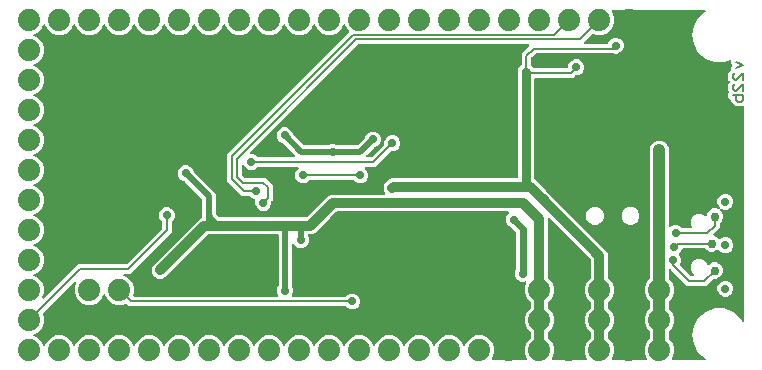
<source format=gbr>
G04 EAGLE Gerber RS-274X export*
G75*
%MOMM*%
%FSLAX34Y34*%
%LPD*%
%INBottom Copper*%
%IPPOS*%
%AMOC8*
5,1,8,0,0,1.08239X$1,22.5*%
G01*
%ADD10C,0.203200*%
%ADD11C,1.879600*%
%ADD12C,0.762000*%
%ADD13C,0.736600*%
%ADD14C,0.812800*%
%ADD15C,0.508000*%
%ADD16C,0.254000*%
%ADD17C,0.762000*%
%ADD18C,1.016000*%
%ADD19C,0.609600*%

G36*
X88282Y56275D02*
X88282Y56275D01*
X88368Y56278D01*
X88422Y56295D01*
X88478Y56304D01*
X88557Y56339D01*
X88638Y56365D01*
X88679Y56394D01*
X88738Y56421D01*
X88848Y56515D01*
X88912Y56560D01*
X117696Y85345D01*
X157916Y85345D01*
X158002Y85357D01*
X158090Y85360D01*
X158142Y85377D01*
X158197Y85385D01*
X158277Y85420D01*
X158360Y85447D01*
X158400Y85475D01*
X158457Y85501D01*
X158570Y85597D01*
X158634Y85642D01*
X188424Y115432D01*
X188476Y115502D01*
X188536Y115566D01*
X188562Y115615D01*
X188595Y115660D01*
X188626Y115741D01*
X188666Y115819D01*
X188674Y115867D01*
X188696Y115925D01*
X188708Y116073D01*
X188721Y116150D01*
X188721Y120870D01*
X188714Y120920D01*
X188715Y120935D01*
X188709Y120955D01*
X188709Y120957D01*
X188706Y121044D01*
X188689Y121097D01*
X188681Y121152D01*
X188646Y121231D01*
X188619Y121315D01*
X188591Y121354D01*
X188565Y121411D01*
X188469Y121524D01*
X188424Y121588D01*
X187079Y122933D01*
X186054Y125407D01*
X186054Y128085D01*
X187079Y130559D01*
X188973Y132453D01*
X191447Y133478D01*
X194125Y133478D01*
X196599Y132453D01*
X198493Y130559D01*
X199518Y128085D01*
X199518Y125407D01*
X198493Y122933D01*
X197148Y121588D01*
X197096Y121518D01*
X197036Y121454D01*
X197010Y121405D01*
X196977Y121361D01*
X196946Y121279D01*
X196906Y121201D01*
X196898Y121154D01*
X196876Y121095D01*
X196868Y120996D01*
X196865Y120986D01*
X196864Y120948D01*
X196864Y120947D01*
X196851Y120870D01*
X196851Y112362D01*
X161704Y77215D01*
X156917Y77215D01*
X156832Y77203D01*
X156746Y77201D01*
X156692Y77183D01*
X156636Y77175D01*
X156557Y77140D01*
X156476Y77114D01*
X156428Y77082D01*
X156376Y77059D01*
X156311Y77004D01*
X156239Y76956D01*
X156203Y76912D01*
X156159Y76876D01*
X156112Y76804D01*
X156056Y76738D01*
X156033Y76686D01*
X156002Y76639D01*
X155976Y76557D01*
X155941Y76478D01*
X155933Y76422D01*
X155916Y76368D01*
X155914Y76282D01*
X155902Y76197D01*
X155910Y76141D01*
X155909Y76084D01*
X155930Y76001D01*
X155943Y75916D01*
X155966Y75864D01*
X155981Y75809D01*
X156024Y75735D01*
X156060Y75656D01*
X156097Y75613D01*
X156126Y75564D01*
X156188Y75505D01*
X156244Y75440D01*
X156286Y75414D01*
X156333Y75370D01*
X156462Y75304D01*
X156529Y75262D01*
X159451Y74052D01*
X162952Y70551D01*
X164847Y65976D01*
X164847Y61024D01*
X164139Y59317D01*
X164111Y59205D01*
X164076Y59096D01*
X164075Y59068D01*
X164068Y59041D01*
X164072Y58927D01*
X164069Y58812D01*
X164076Y58785D01*
X164077Y58757D01*
X164112Y58648D01*
X164141Y58537D01*
X164155Y58513D01*
X164163Y58486D01*
X164227Y58391D01*
X164286Y58292D01*
X164306Y58273D01*
X164322Y58250D01*
X164409Y58176D01*
X164493Y58098D01*
X164518Y58085D01*
X164539Y58067D01*
X164644Y58021D01*
X164746Y57968D01*
X164771Y57964D01*
X164799Y57952D01*
X165063Y57915D01*
X165077Y57913D01*
X286160Y57913D01*
X286274Y57929D01*
X286388Y57939D01*
X286414Y57949D01*
X286442Y57953D01*
X286546Y58000D01*
X286654Y58041D01*
X286676Y58057D01*
X286701Y58069D01*
X286789Y58143D01*
X286880Y58212D01*
X286897Y58235D01*
X286918Y58252D01*
X286982Y58348D01*
X287050Y58440D01*
X287060Y58466D01*
X287076Y58489D01*
X287110Y58599D01*
X287151Y58706D01*
X287153Y58734D01*
X287161Y58760D01*
X287164Y58875D01*
X287174Y58989D01*
X287168Y59014D01*
X287169Y59044D01*
X287102Y59301D01*
X287098Y59317D01*
X286130Y61653D01*
X286130Y64331D01*
X287196Y66904D01*
X287204Y66934D01*
X287218Y66961D01*
X287231Y67039D01*
X287267Y67179D01*
X287265Y67244D01*
X287273Y67292D01*
X287273Y109728D01*
X287265Y109786D01*
X287267Y109844D01*
X287245Y109926D01*
X287233Y110010D01*
X287210Y110063D01*
X287195Y110119D01*
X287152Y110192D01*
X287117Y110269D01*
X287079Y110314D01*
X287050Y110364D01*
X286988Y110422D01*
X286934Y110486D01*
X286885Y110518D01*
X286842Y110558D01*
X286767Y110597D01*
X286697Y110644D01*
X286641Y110661D01*
X286589Y110688D01*
X286521Y110699D01*
X286426Y110729D01*
X286326Y110732D01*
X286258Y110743D01*
X227903Y110743D01*
X227816Y110731D01*
X227729Y110728D01*
X227676Y110711D01*
X227621Y110703D01*
X227541Y110668D01*
X227458Y110641D01*
X227419Y110613D01*
X227362Y110587D01*
X227249Y110491D01*
X227185Y110446D01*
X190973Y74234D01*
X188359Y73151D01*
X185529Y73151D01*
X182915Y74234D01*
X180914Y76235D01*
X179831Y78849D01*
X179831Y81679D01*
X180914Y84293D01*
X220507Y123886D01*
X222131Y124558D01*
X222132Y124559D01*
X222133Y124560D01*
X222254Y124631D01*
X222375Y124703D01*
X222376Y124704D01*
X222378Y124705D01*
X222475Y124809D01*
X222571Y124910D01*
X222571Y124911D01*
X222572Y124912D01*
X222635Y125036D01*
X222701Y125162D01*
X222701Y125164D01*
X222702Y125165D01*
X222704Y125180D01*
X222756Y125441D01*
X222753Y125472D01*
X222757Y125496D01*
X222757Y140013D01*
X222745Y140099D01*
X222742Y140187D01*
X222725Y140239D01*
X222717Y140294D01*
X222682Y140374D01*
X222655Y140457D01*
X222627Y140496D01*
X222601Y140553D01*
X222505Y140667D01*
X222460Y140730D01*
X207877Y155313D01*
X207852Y155332D01*
X207832Y155355D01*
X207766Y155397D01*
X207650Y155484D01*
X207590Y155507D01*
X207548Y155533D01*
X204975Y156599D01*
X203081Y158493D01*
X202056Y160967D01*
X202056Y163645D01*
X203081Y166119D01*
X204975Y168013D01*
X207449Y169038D01*
X210127Y169038D01*
X212601Y168013D01*
X214495Y166119D01*
X215561Y163546D01*
X215576Y163520D01*
X215586Y163490D01*
X215631Y163426D01*
X215705Y163301D01*
X215752Y163257D01*
X215781Y163217D01*
X233084Y145914D01*
X233935Y143860D01*
X233935Y128727D01*
X233947Y128641D01*
X233950Y128553D01*
X233967Y128501D01*
X233975Y128446D01*
X234010Y128366D01*
X234037Y128283D01*
X234065Y128244D01*
X234091Y128187D01*
X234187Y128073D01*
X234232Y128010D01*
X236976Y125266D01*
X237045Y125214D01*
X237109Y125154D01*
X237159Y125128D01*
X237203Y125095D01*
X237284Y125064D01*
X237362Y125024D01*
X237410Y125016D01*
X237468Y124994D01*
X237616Y124982D01*
X237693Y124969D01*
X310577Y124969D01*
X310664Y124981D01*
X310751Y124984D01*
X310804Y125001D01*
X310859Y125009D01*
X310939Y125044D01*
X311022Y125071D01*
X311061Y125099D01*
X311118Y125125D01*
X311231Y125221D01*
X311295Y125266D01*
X320471Y134442D01*
X321995Y135966D01*
X329219Y143190D01*
X331833Y144273D01*
X376636Y144273D01*
X376750Y144289D01*
X376864Y144299D01*
X376890Y144309D01*
X376918Y144313D01*
X377023Y144360D01*
X377130Y144401D01*
X377152Y144417D01*
X377177Y144429D01*
X377265Y144503D01*
X377356Y144572D01*
X377373Y144595D01*
X377394Y144612D01*
X377458Y144708D01*
X377526Y144800D01*
X377536Y144826D01*
X377552Y144849D01*
X377586Y144959D01*
X377627Y145066D01*
X377629Y145094D01*
X377637Y145120D01*
X377640Y145235D01*
X377650Y145349D01*
X377644Y145374D01*
X377645Y145404D01*
X377578Y145661D01*
X377574Y145677D01*
X376427Y148445D01*
X376427Y151275D01*
X377510Y153889D01*
X380781Y157160D01*
X383395Y158243D01*
X489204Y158243D01*
X489262Y158251D01*
X489320Y158249D01*
X489402Y158271D01*
X489486Y158283D01*
X489539Y158306D01*
X489595Y158321D01*
X489668Y158364D01*
X489745Y158399D01*
X489790Y158437D01*
X489840Y158466D01*
X489898Y158528D01*
X489962Y158582D01*
X489994Y158631D01*
X490034Y158674D01*
X490073Y158749D01*
X490120Y158819D01*
X490137Y158875D01*
X490164Y158927D01*
X490175Y158995D01*
X490205Y159090D01*
X490208Y159190D01*
X490219Y159258D01*
X490219Y249573D01*
X491263Y252094D01*
X492716Y253546D01*
X492768Y253616D01*
X492828Y253680D01*
X492854Y253730D01*
X492887Y253774D01*
X492918Y253855D01*
X492958Y253933D01*
X492966Y253981D01*
X492988Y254039D01*
X493000Y254187D01*
X493013Y254264D01*
X493013Y263609D01*
X498761Y269356D01*
X499299Y269894D01*
X499316Y269917D01*
X499339Y269936D01*
X499401Y270030D01*
X499469Y270121D01*
X499480Y270148D01*
X499496Y270173D01*
X499530Y270281D01*
X499571Y270387D01*
X499573Y270416D01*
X499582Y270444D01*
X499585Y270557D01*
X499594Y270670D01*
X499588Y270699D01*
X499589Y270728D01*
X499561Y270837D01*
X499538Y270949D01*
X499525Y270975D01*
X499517Y271003D01*
X499460Y271100D01*
X499407Y271201D01*
X499387Y271222D01*
X499372Y271247D01*
X499290Y271325D01*
X499212Y271407D01*
X499186Y271422D01*
X499165Y271442D01*
X499064Y271494D01*
X498966Y271551D01*
X498938Y271558D01*
X498912Y271571D01*
X498834Y271584D01*
X498691Y271621D01*
X498628Y271619D01*
X498581Y271627D01*
X355012Y271627D01*
X354925Y271615D01*
X354838Y271612D01*
X354785Y271595D01*
X354730Y271587D01*
X354650Y271551D01*
X354567Y271524D01*
X354528Y271496D01*
X354471Y271471D01*
X354358Y271375D01*
X354294Y271329D01*
X263387Y180423D01*
X263370Y180399D01*
X263347Y180380D01*
X263284Y180286D01*
X263216Y180196D01*
X263206Y180168D01*
X263190Y180144D01*
X263155Y180036D01*
X263115Y179930D01*
X263113Y179901D01*
X263104Y179873D01*
X263101Y179759D01*
X263092Y179647D01*
X263097Y179618D01*
X263097Y179589D01*
X263125Y179479D01*
X263147Y179368D01*
X263161Y179342D01*
X263168Y179314D01*
X263226Y179216D01*
X263278Y179116D01*
X263299Y179094D01*
X263314Y179069D01*
X263396Y178992D01*
X263474Y178910D01*
X263500Y178895D01*
X263521Y178875D01*
X263622Y178823D01*
X263720Y178766D01*
X263748Y178759D01*
X263774Y178745D01*
X263851Y178732D01*
X263995Y178696D01*
X264058Y178698D01*
X264105Y178690D01*
X265499Y178690D01*
X267973Y177665D01*
X269318Y176320D01*
X269388Y176268D01*
X269452Y176208D01*
X269501Y176182D01*
X269545Y176149D01*
X269627Y176118D01*
X269705Y176078D01*
X269752Y176070D01*
X269811Y176048D01*
X269959Y176036D01*
X270036Y176023D01*
X300541Y176023D01*
X300570Y176027D01*
X300599Y176024D01*
X300710Y176047D01*
X300822Y176063D01*
X300849Y176075D01*
X300878Y176080D01*
X300978Y176132D01*
X301082Y176179D01*
X301104Y176198D01*
X301130Y176211D01*
X301212Y176289D01*
X301299Y176362D01*
X301315Y176387D01*
X301336Y176407D01*
X301393Y176505D01*
X301456Y176599D01*
X301465Y176627D01*
X301480Y176652D01*
X301508Y176762D01*
X301542Y176870D01*
X301543Y176900D01*
X301550Y176928D01*
X301546Y177041D01*
X301549Y177154D01*
X301542Y177183D01*
X301541Y177212D01*
X301506Y177320D01*
X301477Y177429D01*
X301462Y177455D01*
X301453Y177483D01*
X301408Y177546D01*
X301332Y177674D01*
X301286Y177717D01*
X301258Y177756D01*
X291443Y187571D01*
X291418Y187590D01*
X291398Y187613D01*
X291332Y187655D01*
X291216Y187742D01*
X291156Y187765D01*
X291114Y187791D01*
X288541Y188857D01*
X286647Y190751D01*
X285622Y193225D01*
X285622Y195903D01*
X286647Y198377D01*
X288541Y200271D01*
X291015Y201296D01*
X293693Y201296D01*
X296167Y200271D01*
X298061Y198377D01*
X299127Y195804D01*
X299142Y195778D01*
X299152Y195748D01*
X299197Y195684D01*
X299271Y195559D01*
X299318Y195515D01*
X299347Y195475D01*
X308596Y186226D01*
X308665Y186174D01*
X308729Y186114D01*
X308779Y186088D01*
X308823Y186055D01*
X308904Y186024D01*
X308982Y185984D01*
X309030Y185976D01*
X309088Y185954D01*
X309236Y185942D01*
X309313Y185929D01*
X328694Y185929D01*
X328724Y185933D01*
X328755Y185931D01*
X328832Y185948D01*
X328975Y185969D01*
X329034Y185995D01*
X329082Y186006D01*
X331655Y187072D01*
X334333Y187072D01*
X336906Y186006D01*
X336936Y185998D01*
X336963Y185984D01*
X337041Y185971D01*
X337181Y185935D01*
X337246Y185937D01*
X337294Y185929D01*
X353777Y185929D01*
X353863Y185941D01*
X353951Y185944D01*
X354003Y185961D01*
X354058Y185969D01*
X354138Y186004D01*
X354221Y186031D01*
X354260Y186059D01*
X354317Y186085D01*
X354431Y186181D01*
X354494Y186226D01*
X360187Y191919D01*
X360206Y191944D01*
X360229Y191964D01*
X360271Y192031D01*
X360358Y192146D01*
X360381Y192206D01*
X360407Y192248D01*
X361473Y194821D01*
X363367Y196715D01*
X365841Y197740D01*
X368519Y197740D01*
X370993Y196715D01*
X372887Y194821D01*
X373912Y192347D01*
X373912Y189669D01*
X372887Y187195D01*
X370993Y185301D01*
X368420Y184235D01*
X368394Y184220D01*
X368364Y184210D01*
X368300Y184165D01*
X368176Y184091D01*
X368131Y184044D01*
X368091Y184015D01*
X361832Y177756D01*
X361814Y177732D01*
X361791Y177713D01*
X361729Y177619D01*
X361661Y177529D01*
X361650Y177501D01*
X361634Y177477D01*
X361600Y177369D01*
X361559Y177263D01*
X361557Y177234D01*
X361548Y177206D01*
X361545Y177092D01*
X361536Y176980D01*
X361542Y176951D01*
X361541Y176922D01*
X361569Y176812D01*
X361592Y176701D01*
X361605Y176675D01*
X361613Y176647D01*
X361670Y176549D01*
X361723Y176449D01*
X361743Y176427D01*
X361758Y176402D01*
X361840Y176325D01*
X361918Y176243D01*
X361944Y176228D01*
X361965Y176208D01*
X362066Y176156D01*
X362164Y176099D01*
X362192Y176092D01*
X362218Y176078D01*
X362296Y176065D01*
X362439Y176029D01*
X362502Y176031D01*
X362549Y176023D01*
X365434Y176023D01*
X365520Y176035D01*
X365608Y176038D01*
X365660Y176055D01*
X365715Y176063D01*
X365795Y176098D01*
X365878Y176125D01*
X365918Y176153D01*
X365975Y176179D01*
X366088Y176275D01*
X366152Y176320D01*
X376511Y186679D01*
X376563Y186749D01*
X376623Y186813D01*
X376649Y186862D01*
X376682Y186907D01*
X376713Y186988D01*
X376753Y187066D01*
X376761Y187114D01*
X376783Y187172D01*
X376795Y187320D01*
X376808Y187397D01*
X376808Y189299D01*
X377833Y191773D01*
X379727Y193667D01*
X382201Y194692D01*
X384879Y194692D01*
X387353Y193667D01*
X389247Y191773D01*
X390272Y189299D01*
X390272Y186621D01*
X389247Y184147D01*
X387353Y182253D01*
X384879Y181228D01*
X382977Y181228D01*
X382891Y181216D01*
X382803Y181213D01*
X382751Y181196D01*
X382696Y181188D01*
X382616Y181153D01*
X382533Y181126D01*
X382493Y181098D01*
X382436Y181072D01*
X382323Y180976D01*
X382259Y180931D01*
X369222Y167893D01*
X361476Y167893D01*
X361447Y167889D01*
X361418Y167892D01*
X361307Y167869D01*
X361194Y167853D01*
X361168Y167841D01*
X361139Y167836D01*
X361038Y167783D01*
X360935Y167737D01*
X360913Y167718D01*
X360887Y167705D01*
X360804Y167627D01*
X360718Y167554D01*
X360702Y167529D01*
X360680Y167509D01*
X360623Y167411D01*
X360560Y167317D01*
X360551Y167289D01*
X360537Y167264D01*
X360509Y167154D01*
X360475Y167046D01*
X360474Y167016D01*
X360467Y166988D01*
X360470Y166875D01*
X360467Y166762D01*
X360475Y166733D01*
X360476Y166704D01*
X360511Y166596D01*
X360539Y166487D01*
X360554Y166461D01*
X360563Y166433D01*
X360609Y166369D01*
X360684Y166242D01*
X360730Y166199D01*
X360758Y166160D01*
X362323Y164595D01*
X363348Y162121D01*
X363348Y159443D01*
X362323Y156969D01*
X360429Y155075D01*
X357955Y154050D01*
X355277Y154050D01*
X352803Y155075D01*
X351458Y156420D01*
X351388Y156472D01*
X351324Y156532D01*
X351275Y156558D01*
X351231Y156591D01*
X351149Y156622D01*
X351071Y156662D01*
X351024Y156670D01*
X350965Y156692D01*
X350817Y156704D01*
X350740Y156717D01*
X313978Y156717D01*
X313891Y156705D01*
X313804Y156702D01*
X313751Y156685D01*
X313696Y156677D01*
X313617Y156642D01*
X313533Y156615D01*
X313494Y156587D01*
X313437Y156561D01*
X313324Y156465D01*
X313260Y156420D01*
X311915Y155075D01*
X309441Y154050D01*
X306763Y154050D01*
X304289Y155075D01*
X302395Y156969D01*
X301370Y159443D01*
X301370Y162121D01*
X302395Y164595D01*
X303960Y166160D01*
X303978Y166184D01*
X304000Y166203D01*
X304063Y166297D01*
X304131Y166387D01*
X304141Y166415D01*
X304158Y166439D01*
X304192Y166547D01*
X304232Y166653D01*
X304235Y166682D01*
X304243Y166710D01*
X304246Y166824D01*
X304256Y166936D01*
X304250Y166965D01*
X304251Y166994D01*
X304222Y167104D01*
X304200Y167215D01*
X304186Y167241D01*
X304179Y167269D01*
X304121Y167367D01*
X304069Y167467D01*
X304049Y167489D01*
X304034Y167514D01*
X303951Y167591D01*
X303873Y167673D01*
X303848Y167688D01*
X303826Y167708D01*
X303725Y167760D01*
X303628Y167817D01*
X303599Y167824D01*
X303573Y167838D01*
X303496Y167851D01*
X303352Y167887D01*
X303290Y167885D01*
X303242Y167893D01*
X270036Y167893D01*
X269949Y167881D01*
X269862Y167878D01*
X269809Y167861D01*
X269754Y167853D01*
X269675Y167818D01*
X269591Y167791D01*
X269552Y167763D01*
X269495Y167737D01*
X269382Y167641D01*
X269318Y167596D01*
X267973Y166251D01*
X265499Y165226D01*
X262821Y165226D01*
X260347Y166251D01*
X258453Y168145D01*
X257986Y169273D01*
X257942Y169347D01*
X257907Y169425D01*
X257870Y169468D01*
X257841Y169517D01*
X257779Y169576D01*
X257723Y169642D01*
X257676Y169674D01*
X257635Y169713D01*
X257558Y169752D01*
X257487Y169800D01*
X257433Y169817D01*
X257382Y169843D01*
X257298Y169859D01*
X257216Y169885D01*
X257159Y169887D01*
X257103Y169898D01*
X257018Y169890D01*
X256932Y169893D01*
X256877Y169878D01*
X256820Y169873D01*
X256739Y169843D01*
X256657Y169821D01*
X256608Y169792D01*
X256555Y169771D01*
X256486Y169719D01*
X256412Y169676D01*
X256373Y169634D01*
X256328Y169600D01*
X256276Y169531D01*
X256218Y169468D01*
X256192Y169418D01*
X256158Y169372D01*
X256127Y169292D01*
X256088Y169215D01*
X256080Y169166D01*
X256057Y169106D01*
X256046Y168961D01*
X256033Y168884D01*
X256033Y161616D01*
X256045Y161530D01*
X256048Y161442D01*
X256065Y161390D01*
X256073Y161335D01*
X256108Y161255D01*
X256135Y161172D01*
X256163Y161132D01*
X256189Y161075D01*
X256285Y160962D01*
X256330Y160898D01*
X258434Y158794D01*
X258504Y158742D01*
X258568Y158682D01*
X258617Y158656D01*
X258662Y158623D01*
X258743Y158592D01*
X258821Y158552D01*
X258869Y158544D01*
X258927Y158522D01*
X259075Y158510D01*
X259152Y158497D01*
X276004Y158497D01*
X279770Y154730D01*
X279771Y154730D01*
X282449Y152052D01*
X282449Y139794D01*
X281349Y138695D01*
X281297Y138625D01*
X281237Y138561D01*
X281211Y138512D01*
X281178Y138467D01*
X281147Y138386D01*
X281107Y138308D01*
X281099Y138260D01*
X281077Y138202D01*
X281065Y138054D01*
X281052Y137977D01*
X281052Y136075D01*
X280027Y133601D01*
X278133Y131707D01*
X275659Y130682D01*
X272981Y130682D01*
X270507Y131707D01*
X268613Y133601D01*
X267588Y136075D01*
X267588Y138753D01*
X267662Y138930D01*
X267690Y139041D01*
X267725Y139151D01*
X267726Y139179D01*
X267733Y139206D01*
X267729Y139320D01*
X267732Y139435D01*
X267725Y139462D01*
X267725Y139490D01*
X267690Y139599D01*
X267661Y139710D01*
X267646Y139734D01*
X267638Y139761D01*
X267574Y139856D01*
X267515Y139955D01*
X267495Y139974D01*
X267480Y139997D01*
X267392Y140071D01*
X267308Y140149D01*
X267283Y140162D01*
X267262Y140180D01*
X267157Y140226D01*
X267055Y140279D01*
X267030Y140283D01*
X267002Y140295D01*
X266967Y140300D01*
X264411Y141359D01*
X263066Y142704D01*
X262996Y142756D01*
X262932Y142816D01*
X262883Y142842D01*
X262839Y142875D01*
X262757Y142906D01*
X262679Y142946D01*
X262632Y142954D01*
X262573Y142976D01*
X262425Y142988D01*
X262348Y143001D01*
X256634Y143001D01*
X243839Y155796D01*
X243839Y178722D01*
X346890Y281772D01*
X346925Y281819D01*
X346967Y281859D01*
X347010Y281932D01*
X347061Y281999D01*
X347081Y282054D01*
X347111Y282104D01*
X347132Y282186D01*
X347162Y282265D01*
X347167Y282323D01*
X347181Y282380D01*
X347178Y282464D01*
X347185Y282548D01*
X347174Y282606D01*
X347172Y282664D01*
X347146Y282744D01*
X347130Y282827D01*
X347103Y282879D01*
X347085Y282935D01*
X347045Y282991D01*
X346999Y283079D01*
X346930Y283152D01*
X346890Y283208D01*
X345048Y285049D01*
X343838Y287971D01*
X343823Y287996D01*
X343814Y288024D01*
X343751Y288119D01*
X343693Y288216D01*
X343672Y288236D01*
X343656Y288261D01*
X343569Y288334D01*
X343487Y288411D01*
X343461Y288425D01*
X343438Y288444D01*
X343335Y288490D01*
X343234Y288541D01*
X343205Y288547D01*
X343178Y288559D01*
X343066Y288575D01*
X342955Y288596D01*
X342926Y288594D01*
X342897Y288598D01*
X342785Y288582D01*
X342672Y288572D01*
X342645Y288561D01*
X342616Y288557D01*
X342512Y288511D01*
X342407Y288470D01*
X342383Y288452D01*
X342356Y288440D01*
X342270Y288367D01*
X342180Y288298D01*
X342162Y288275D01*
X342140Y288256D01*
X342098Y288189D01*
X342010Y288071D01*
X341988Y288012D01*
X341962Y287971D01*
X340752Y285049D01*
X337251Y281548D01*
X332676Y279653D01*
X327724Y279653D01*
X323149Y281548D01*
X319648Y285049D01*
X318438Y287971D01*
X318423Y287996D01*
X318414Y288024D01*
X318351Y288119D01*
X318293Y288216D01*
X318272Y288236D01*
X318256Y288261D01*
X318169Y288334D01*
X318087Y288411D01*
X318061Y288425D01*
X318038Y288444D01*
X317935Y288490D01*
X317834Y288541D01*
X317805Y288547D01*
X317778Y288559D01*
X317666Y288575D01*
X317555Y288596D01*
X317526Y288594D01*
X317497Y288598D01*
X317385Y288582D01*
X317272Y288572D01*
X317245Y288561D01*
X317216Y288557D01*
X317112Y288511D01*
X317007Y288470D01*
X316983Y288452D01*
X316956Y288440D01*
X316870Y288367D01*
X316780Y288298D01*
X316762Y288275D01*
X316740Y288256D01*
X316698Y288189D01*
X316610Y288071D01*
X316588Y288012D01*
X316562Y287971D01*
X315352Y285049D01*
X311851Y281548D01*
X307276Y279653D01*
X302324Y279653D01*
X297749Y281548D01*
X294248Y285049D01*
X293038Y287971D01*
X293023Y287996D01*
X293014Y288024D01*
X292951Y288119D01*
X292893Y288216D01*
X292872Y288236D01*
X292856Y288261D01*
X292769Y288333D01*
X292687Y288411D01*
X292661Y288425D01*
X292638Y288443D01*
X292535Y288489D01*
X292434Y288541D01*
X292405Y288547D01*
X292378Y288559D01*
X292266Y288575D01*
X292155Y288596D01*
X292126Y288594D01*
X292097Y288598D01*
X291985Y288582D01*
X291872Y288572D01*
X291845Y288561D01*
X291816Y288557D01*
X291712Y288511D01*
X291607Y288470D01*
X291583Y288452D01*
X291556Y288440D01*
X291470Y288367D01*
X291380Y288298D01*
X291362Y288275D01*
X291340Y288256D01*
X291298Y288189D01*
X291210Y288071D01*
X291188Y288012D01*
X291162Y287971D01*
X289952Y285049D01*
X286451Y281548D01*
X281876Y279653D01*
X276924Y279653D01*
X272349Y281548D01*
X268848Y285049D01*
X267638Y287971D01*
X267623Y287996D01*
X267614Y288024D01*
X267551Y288119D01*
X267493Y288216D01*
X267472Y288236D01*
X267456Y288261D01*
X267369Y288333D01*
X267287Y288411D01*
X267261Y288425D01*
X267238Y288443D01*
X267135Y288489D01*
X267034Y288541D01*
X267005Y288547D01*
X266978Y288559D01*
X266866Y288575D01*
X266755Y288596D01*
X266726Y288594D01*
X266697Y288598D01*
X266585Y288582D01*
X266472Y288572D01*
X266445Y288561D01*
X266416Y288557D01*
X266312Y288511D01*
X266207Y288470D01*
X266183Y288452D01*
X266156Y288440D01*
X266070Y288367D01*
X265980Y288298D01*
X265962Y288275D01*
X265940Y288256D01*
X265898Y288189D01*
X265810Y288071D01*
X265788Y288012D01*
X265762Y287971D01*
X264552Y285049D01*
X261051Y281548D01*
X256476Y279653D01*
X251524Y279653D01*
X246949Y281548D01*
X243448Y285049D01*
X242238Y287971D01*
X242223Y287996D01*
X242214Y288024D01*
X242151Y288119D01*
X242093Y288216D01*
X242072Y288236D01*
X242056Y288261D01*
X241969Y288333D01*
X241887Y288411D01*
X241861Y288425D01*
X241838Y288443D01*
X241735Y288489D01*
X241634Y288541D01*
X241605Y288547D01*
X241578Y288559D01*
X241466Y288575D01*
X241355Y288596D01*
X241326Y288594D01*
X241297Y288598D01*
X241185Y288582D01*
X241072Y288572D01*
X241045Y288561D01*
X241016Y288557D01*
X240912Y288511D01*
X240807Y288470D01*
X240783Y288452D01*
X240756Y288440D01*
X240670Y288367D01*
X240580Y288298D01*
X240562Y288275D01*
X240540Y288256D01*
X240498Y288189D01*
X240410Y288071D01*
X240388Y288012D01*
X240362Y287971D01*
X239152Y285049D01*
X235651Y281548D01*
X231076Y279653D01*
X226124Y279653D01*
X221549Y281548D01*
X218048Y285049D01*
X216838Y287971D01*
X216823Y287996D01*
X216814Y288024D01*
X216751Y288119D01*
X216693Y288216D01*
X216672Y288236D01*
X216656Y288261D01*
X216569Y288333D01*
X216487Y288411D01*
X216461Y288425D01*
X216438Y288443D01*
X216335Y288489D01*
X216234Y288541D01*
X216205Y288547D01*
X216178Y288559D01*
X216066Y288575D01*
X215955Y288596D01*
X215926Y288594D01*
X215897Y288598D01*
X215785Y288582D01*
X215672Y288572D01*
X215645Y288561D01*
X215616Y288557D01*
X215512Y288511D01*
X215407Y288470D01*
X215383Y288452D01*
X215356Y288440D01*
X215270Y288367D01*
X215180Y288298D01*
X215162Y288275D01*
X215140Y288256D01*
X215098Y288189D01*
X215010Y288071D01*
X214988Y288012D01*
X214962Y287971D01*
X213752Y285049D01*
X210251Y281548D01*
X205676Y279653D01*
X200724Y279653D01*
X196149Y281548D01*
X192648Y285049D01*
X191438Y287971D01*
X191423Y287996D01*
X191414Y288024D01*
X191351Y288119D01*
X191293Y288216D01*
X191272Y288236D01*
X191256Y288261D01*
X191169Y288333D01*
X191087Y288411D01*
X191061Y288425D01*
X191038Y288443D01*
X190935Y288489D01*
X190834Y288541D01*
X190805Y288547D01*
X190778Y288559D01*
X190666Y288575D01*
X190555Y288596D01*
X190526Y288594D01*
X190497Y288598D01*
X190385Y288582D01*
X190272Y288572D01*
X190245Y288561D01*
X190216Y288557D01*
X190112Y288511D01*
X190007Y288470D01*
X189983Y288452D01*
X189956Y288440D01*
X189870Y288367D01*
X189780Y288298D01*
X189762Y288275D01*
X189740Y288256D01*
X189698Y288189D01*
X189610Y288071D01*
X189588Y288012D01*
X189562Y287971D01*
X188352Y285049D01*
X184851Y281548D01*
X180276Y279653D01*
X175324Y279653D01*
X170749Y281548D01*
X167248Y285049D01*
X166038Y287971D01*
X166023Y287996D01*
X166014Y288024D01*
X165951Y288119D01*
X165893Y288216D01*
X165872Y288236D01*
X165856Y288261D01*
X165769Y288333D01*
X165687Y288411D01*
X165661Y288425D01*
X165638Y288443D01*
X165535Y288489D01*
X165434Y288541D01*
X165405Y288547D01*
X165378Y288559D01*
X165266Y288575D01*
X165155Y288596D01*
X165126Y288594D01*
X165097Y288598D01*
X164985Y288582D01*
X164872Y288572D01*
X164845Y288561D01*
X164816Y288557D01*
X164712Y288511D01*
X164607Y288470D01*
X164583Y288452D01*
X164556Y288440D01*
X164470Y288367D01*
X164380Y288298D01*
X164362Y288275D01*
X164340Y288256D01*
X164298Y288189D01*
X164210Y288071D01*
X164188Y288012D01*
X164162Y287971D01*
X162952Y285049D01*
X159451Y281548D01*
X154876Y279653D01*
X149924Y279653D01*
X145349Y281548D01*
X141848Y285049D01*
X140638Y287971D01*
X140623Y287996D01*
X140614Y288024D01*
X140551Y288119D01*
X140493Y288216D01*
X140472Y288236D01*
X140456Y288261D01*
X140369Y288333D01*
X140287Y288411D01*
X140261Y288425D01*
X140238Y288443D01*
X140135Y288489D01*
X140034Y288541D01*
X140005Y288547D01*
X139978Y288559D01*
X139866Y288575D01*
X139755Y288596D01*
X139726Y288594D01*
X139697Y288598D01*
X139585Y288582D01*
X139472Y288572D01*
X139445Y288561D01*
X139416Y288557D01*
X139312Y288511D01*
X139207Y288470D01*
X139183Y288452D01*
X139156Y288440D01*
X139070Y288367D01*
X138980Y288298D01*
X138962Y288275D01*
X138940Y288256D01*
X138898Y288189D01*
X138810Y288071D01*
X138788Y288012D01*
X138762Y287971D01*
X137552Y285049D01*
X134051Y281548D01*
X129476Y279653D01*
X124524Y279653D01*
X119949Y281548D01*
X116448Y285049D01*
X115238Y287971D01*
X115223Y287996D01*
X115214Y288024D01*
X115151Y288119D01*
X115093Y288216D01*
X115072Y288236D01*
X115056Y288261D01*
X114969Y288333D01*
X114887Y288411D01*
X114861Y288425D01*
X114838Y288443D01*
X114735Y288489D01*
X114634Y288541D01*
X114605Y288547D01*
X114578Y288559D01*
X114466Y288575D01*
X114355Y288596D01*
X114326Y288594D01*
X114297Y288598D01*
X114185Y288582D01*
X114072Y288572D01*
X114045Y288561D01*
X114016Y288557D01*
X113912Y288511D01*
X113807Y288470D01*
X113783Y288452D01*
X113756Y288440D01*
X113670Y288367D01*
X113580Y288298D01*
X113562Y288275D01*
X113540Y288256D01*
X113498Y288189D01*
X113410Y288071D01*
X113388Y288012D01*
X113362Y287971D01*
X112152Y285049D01*
X108651Y281548D01*
X104076Y279653D01*
X99124Y279653D01*
X94549Y281548D01*
X91048Y285049D01*
X89838Y287971D01*
X89823Y287996D01*
X89814Y288024D01*
X89751Y288119D01*
X89693Y288216D01*
X89672Y288236D01*
X89656Y288261D01*
X89569Y288334D01*
X89487Y288411D01*
X89461Y288425D01*
X89438Y288444D01*
X89335Y288490D01*
X89234Y288541D01*
X89205Y288547D01*
X89178Y288559D01*
X89066Y288575D01*
X88955Y288596D01*
X88926Y288594D01*
X88897Y288598D01*
X88785Y288582D01*
X88672Y288572D01*
X88645Y288561D01*
X88615Y288557D01*
X88512Y288511D01*
X88407Y288470D01*
X88383Y288452D01*
X88356Y288440D01*
X88270Y288367D01*
X88180Y288298D01*
X88162Y288275D01*
X88140Y288256D01*
X88098Y288189D01*
X88010Y288071D01*
X87988Y288012D01*
X87962Y287971D01*
X86752Y285049D01*
X83251Y281548D01*
X80329Y280338D01*
X80304Y280323D01*
X80276Y280314D01*
X80181Y280251D01*
X80084Y280193D01*
X80064Y280172D01*
X80039Y280156D01*
X79967Y280069D01*
X79889Y279987D01*
X79875Y279961D01*
X79857Y279938D01*
X79811Y279835D01*
X79759Y279734D01*
X79753Y279705D01*
X79741Y279678D01*
X79725Y279566D01*
X79704Y279455D01*
X79706Y279426D01*
X79702Y279397D01*
X79718Y279285D01*
X79728Y279172D01*
X79739Y279145D01*
X79743Y279116D01*
X79789Y279012D01*
X79830Y278907D01*
X79848Y278883D01*
X79860Y278856D01*
X79933Y278770D01*
X80002Y278680D01*
X80025Y278662D01*
X80044Y278640D01*
X80111Y278598D01*
X80229Y278510D01*
X80288Y278488D01*
X80329Y278462D01*
X83251Y277252D01*
X86752Y273751D01*
X88647Y269176D01*
X88647Y264224D01*
X86752Y259649D01*
X83251Y256148D01*
X80329Y254938D01*
X80304Y254923D01*
X80276Y254914D01*
X80181Y254851D01*
X80084Y254793D01*
X80064Y254772D01*
X80039Y254756D01*
X79966Y254669D01*
X79889Y254587D01*
X79875Y254561D01*
X79856Y254538D01*
X79810Y254435D01*
X79759Y254334D01*
X79753Y254305D01*
X79741Y254278D01*
X79725Y254166D01*
X79704Y254055D01*
X79706Y254026D01*
X79702Y253997D01*
X79718Y253885D01*
X79728Y253772D01*
X79739Y253745D01*
X79743Y253715D01*
X79789Y253612D01*
X79830Y253507D01*
X79848Y253483D01*
X79860Y253456D01*
X79933Y253370D01*
X80002Y253280D01*
X80025Y253262D01*
X80044Y253240D01*
X80111Y253198D01*
X80229Y253110D01*
X80288Y253088D01*
X80329Y253062D01*
X83251Y251852D01*
X86752Y248351D01*
X88647Y243776D01*
X88647Y238824D01*
X86752Y234249D01*
X83251Y230748D01*
X80329Y229538D01*
X80304Y229523D01*
X80276Y229514D01*
X80181Y229451D01*
X80084Y229393D01*
X80064Y229372D01*
X80039Y229356D01*
X79966Y229269D01*
X79889Y229187D01*
X79875Y229161D01*
X79856Y229138D01*
X79810Y229035D01*
X79759Y228934D01*
X79753Y228905D01*
X79741Y228878D01*
X79725Y228766D01*
X79704Y228655D01*
X79706Y228626D01*
X79702Y228597D01*
X79718Y228485D01*
X79728Y228372D01*
X79739Y228345D01*
X79743Y228315D01*
X79789Y228212D01*
X79830Y228107D01*
X79848Y228083D01*
X79860Y228056D01*
X79933Y227970D01*
X80002Y227880D01*
X80025Y227862D01*
X80044Y227840D01*
X80111Y227798D01*
X80229Y227710D01*
X80288Y227688D01*
X80329Y227662D01*
X83251Y226452D01*
X86752Y222951D01*
X88647Y218376D01*
X88647Y213424D01*
X86752Y208849D01*
X83251Y205348D01*
X80329Y204138D01*
X80304Y204123D01*
X80276Y204114D01*
X80181Y204051D01*
X80084Y203993D01*
X80064Y203972D01*
X80039Y203956D01*
X79966Y203869D01*
X79889Y203787D01*
X79875Y203761D01*
X79856Y203738D01*
X79810Y203635D01*
X79759Y203534D01*
X79753Y203505D01*
X79741Y203478D01*
X79725Y203366D01*
X79704Y203255D01*
X79706Y203226D01*
X79702Y203197D01*
X79718Y203085D01*
X79728Y202972D01*
X79739Y202945D01*
X79743Y202915D01*
X79789Y202812D01*
X79830Y202707D01*
X79848Y202683D01*
X79860Y202656D01*
X79933Y202570D01*
X80002Y202480D01*
X80025Y202462D01*
X80044Y202440D01*
X80111Y202398D01*
X80229Y202310D01*
X80288Y202288D01*
X80329Y202262D01*
X83251Y201052D01*
X86752Y197551D01*
X88647Y192976D01*
X88647Y188024D01*
X86752Y183449D01*
X83251Y179948D01*
X80329Y178738D01*
X80304Y178723D01*
X80276Y178714D01*
X80181Y178651D01*
X80084Y178593D01*
X80064Y178572D01*
X80039Y178556D01*
X79966Y178469D01*
X79889Y178387D01*
X79875Y178361D01*
X79856Y178338D01*
X79810Y178235D01*
X79759Y178134D01*
X79753Y178105D01*
X79741Y178078D01*
X79725Y177966D01*
X79704Y177855D01*
X79706Y177826D01*
X79702Y177797D01*
X79718Y177685D01*
X79728Y177572D01*
X79739Y177545D01*
X79743Y177515D01*
X79789Y177412D01*
X79830Y177307D01*
X79848Y177283D01*
X79860Y177256D01*
X79933Y177170D01*
X80002Y177080D01*
X80025Y177062D01*
X80044Y177040D01*
X80111Y176998D01*
X80229Y176910D01*
X80288Y176888D01*
X80329Y176862D01*
X83251Y175652D01*
X86752Y172151D01*
X88647Y167576D01*
X88647Y162624D01*
X86752Y158049D01*
X83251Y154548D01*
X80329Y153338D01*
X80304Y153323D01*
X80276Y153314D01*
X80181Y153251D01*
X80084Y153193D01*
X80064Y153172D01*
X80039Y153156D01*
X79966Y153069D01*
X79889Y152987D01*
X79875Y152961D01*
X79856Y152938D01*
X79810Y152835D01*
X79759Y152734D01*
X79753Y152705D01*
X79741Y152678D01*
X79725Y152566D01*
X79704Y152455D01*
X79706Y152426D01*
X79702Y152397D01*
X79718Y152285D01*
X79728Y152172D01*
X79739Y152145D01*
X79743Y152115D01*
X79789Y152012D01*
X79830Y151907D01*
X79848Y151883D01*
X79860Y151856D01*
X79933Y151770D01*
X80002Y151680D01*
X80025Y151662D01*
X80044Y151640D01*
X80111Y151598D01*
X80229Y151510D01*
X80288Y151488D01*
X80329Y151462D01*
X83251Y150252D01*
X86752Y146751D01*
X88647Y142176D01*
X88647Y137224D01*
X86752Y132649D01*
X83251Y129148D01*
X80329Y127938D01*
X80304Y127923D01*
X80276Y127914D01*
X80181Y127851D01*
X80084Y127793D01*
X80064Y127772D01*
X80039Y127756D01*
X79966Y127669D01*
X79889Y127587D01*
X79875Y127561D01*
X79856Y127538D01*
X79810Y127435D01*
X79759Y127334D01*
X79753Y127305D01*
X79741Y127278D01*
X79725Y127166D01*
X79704Y127055D01*
X79706Y127026D01*
X79702Y126997D01*
X79718Y126885D01*
X79728Y126772D01*
X79739Y126745D01*
X79743Y126715D01*
X79789Y126612D01*
X79830Y126507D01*
X79848Y126483D01*
X79860Y126456D01*
X79933Y126370D01*
X80002Y126280D01*
X80025Y126262D01*
X80044Y126240D01*
X80111Y126198D01*
X80229Y126110D01*
X80288Y126088D01*
X80329Y126062D01*
X83251Y124852D01*
X86752Y121351D01*
X88647Y116776D01*
X88647Y111824D01*
X86752Y107249D01*
X83251Y103748D01*
X80329Y102538D01*
X80304Y102523D01*
X80276Y102514D01*
X80181Y102451D01*
X80084Y102393D01*
X80064Y102372D01*
X80039Y102356D01*
X79966Y102269D01*
X79889Y102187D01*
X79875Y102161D01*
X79856Y102138D01*
X79810Y102035D01*
X79759Y101934D01*
X79753Y101905D01*
X79741Y101878D01*
X79725Y101766D01*
X79704Y101655D01*
X79706Y101626D01*
X79702Y101597D01*
X79718Y101485D01*
X79728Y101372D01*
X79739Y101345D01*
X79743Y101315D01*
X79789Y101212D01*
X79830Y101107D01*
X79848Y101083D01*
X79860Y101056D01*
X79933Y100970D01*
X80002Y100880D01*
X80025Y100862D01*
X80044Y100840D01*
X80111Y100798D01*
X80229Y100710D01*
X80288Y100688D01*
X80329Y100662D01*
X83251Y99452D01*
X86752Y95951D01*
X88647Y91376D01*
X88647Y86424D01*
X86752Y81849D01*
X83251Y78348D01*
X80329Y77138D01*
X80304Y77123D01*
X80276Y77114D01*
X80181Y77051D01*
X80084Y76993D01*
X80064Y76972D01*
X80039Y76956D01*
X79966Y76869D01*
X79889Y76787D01*
X79875Y76761D01*
X79856Y76738D01*
X79810Y76635D01*
X79759Y76534D01*
X79753Y76505D01*
X79741Y76478D01*
X79725Y76366D01*
X79704Y76255D01*
X79706Y76226D01*
X79702Y76197D01*
X79718Y76085D01*
X79728Y75972D01*
X79739Y75945D01*
X79743Y75915D01*
X79789Y75812D01*
X79830Y75707D01*
X79848Y75683D01*
X79860Y75656D01*
X79933Y75570D01*
X80002Y75480D01*
X80025Y75462D01*
X80044Y75440D01*
X80111Y75398D01*
X80229Y75310D01*
X80288Y75288D01*
X80329Y75262D01*
X83251Y74052D01*
X86752Y70551D01*
X88647Y65976D01*
X88647Y61024D01*
X87256Y57667D01*
X87235Y57583D01*
X87204Y57503D01*
X87199Y57446D01*
X87185Y57391D01*
X87188Y57305D01*
X87180Y57220D01*
X87192Y57164D01*
X87193Y57107D01*
X87219Y57025D01*
X87236Y56941D01*
X87262Y56891D01*
X87280Y56836D01*
X87328Y56765D01*
X87367Y56689D01*
X87406Y56648D01*
X87438Y56600D01*
X87504Y56545D01*
X87563Y56483D01*
X87612Y56454D01*
X87656Y56417D01*
X87734Y56382D01*
X87808Y56339D01*
X87863Y56325D01*
X87915Y56302D01*
X88001Y56290D01*
X88084Y56269D01*
X88141Y56271D01*
X88197Y56263D01*
X88282Y56275D01*
G37*
G36*
X598299Y4081D02*
X598299Y4081D01*
X598413Y4091D01*
X598439Y4101D01*
X598467Y4105D01*
X598572Y4152D01*
X598679Y4193D01*
X598701Y4209D01*
X598726Y4221D01*
X598814Y4295D01*
X598905Y4364D01*
X598922Y4387D01*
X598943Y4404D01*
X599007Y4500D01*
X599076Y4592D01*
X599085Y4618D01*
X599101Y4641D01*
X599135Y4751D01*
X599176Y4858D01*
X599178Y4886D01*
X599186Y4912D01*
X599189Y5027D01*
X599199Y5141D01*
X599193Y5166D01*
X599194Y5196D01*
X599127Y5453D01*
X599123Y5469D01*
X597153Y10224D01*
X597153Y15176D01*
X599048Y19751D01*
X601174Y21876D01*
X601226Y21946D01*
X601286Y22010D01*
X601312Y22059D01*
X601345Y22103D01*
X601376Y22185D01*
X601416Y22263D01*
X601424Y22311D01*
X601446Y22369D01*
X601458Y22517D01*
X601471Y22594D01*
X601471Y28206D01*
X601459Y28292D01*
X601456Y28380D01*
X601439Y28433D01*
X601431Y28487D01*
X601396Y28567D01*
X601369Y28650D01*
X601341Y28690D01*
X601315Y28747D01*
X601219Y28860D01*
X601174Y28924D01*
X599048Y31049D01*
X597153Y35624D01*
X597153Y40576D01*
X599048Y45151D01*
X601174Y47276D01*
X601226Y47346D01*
X601286Y47410D01*
X601312Y47459D01*
X601345Y47503D01*
X601376Y47585D01*
X601416Y47663D01*
X601424Y47711D01*
X601446Y47769D01*
X601458Y47917D01*
X601471Y47994D01*
X601471Y53606D01*
X601459Y53692D01*
X601456Y53780D01*
X601439Y53833D01*
X601431Y53887D01*
X601396Y53967D01*
X601369Y54050D01*
X601341Y54090D01*
X601315Y54147D01*
X601219Y54260D01*
X601174Y54324D01*
X599048Y56449D01*
X597153Y61024D01*
X597153Y65976D01*
X599048Y70551D01*
X601174Y72676D01*
X601226Y72746D01*
X601286Y72810D01*
X601312Y72859D01*
X601345Y72903D01*
X601376Y72985D01*
X601416Y73063D01*
X601424Y73111D01*
X601446Y73169D01*
X601458Y73317D01*
X601471Y73394D01*
X601471Y183481D01*
X602709Y186469D01*
X604995Y188755D01*
X607983Y189993D01*
X611217Y189993D01*
X614205Y188755D01*
X616491Y186469D01*
X617729Y183481D01*
X617729Y117890D01*
X617733Y117861D01*
X617730Y117832D01*
X617753Y117721D01*
X617769Y117608D01*
X617781Y117582D01*
X617786Y117553D01*
X617838Y117452D01*
X617885Y117349D01*
X617904Y117327D01*
X617917Y117301D01*
X617995Y117218D01*
X618068Y117132D01*
X618093Y117116D01*
X618113Y117094D01*
X618211Y117037D01*
X618305Y116974D01*
X618333Y116966D01*
X618358Y116951D01*
X618468Y116923D01*
X618576Y116889D01*
X618605Y116888D01*
X618634Y116881D01*
X618747Y116884D01*
X618860Y116881D01*
X618889Y116889D01*
X618918Y116890D01*
X619026Y116925D01*
X619135Y116953D01*
X619161Y116968D01*
X619189Y116977D01*
X619253Y117023D01*
X619380Y117098D01*
X619423Y117144D01*
X619462Y117172D01*
X619757Y117467D01*
X622231Y118492D01*
X624909Y118492D01*
X627383Y117467D01*
X628728Y116122D01*
X628798Y116070D01*
X628862Y116010D01*
X628911Y115984D01*
X628955Y115951D01*
X629037Y115920D01*
X629115Y115880D01*
X629162Y115872D01*
X629221Y115850D01*
X629369Y115838D01*
X629446Y115825D01*
X636038Y115825D01*
X636152Y115841D01*
X636267Y115851D01*
X636292Y115861D01*
X636320Y115865D01*
X636425Y115912D01*
X636532Y115953D01*
X636554Y115969D01*
X636579Y115981D01*
X636667Y116055D01*
X636759Y116124D01*
X636775Y116147D01*
X636796Y116164D01*
X636860Y116260D01*
X636929Y116352D01*
X636939Y116378D01*
X636954Y116401D01*
X636989Y116511D01*
X637029Y116618D01*
X637031Y116646D01*
X637040Y116672D01*
X637043Y116787D01*
X637052Y116901D01*
X637046Y116926D01*
X637047Y116956D01*
X636980Y117213D01*
X636976Y117229D01*
X636181Y119148D01*
X636181Y122052D01*
X637292Y124734D01*
X639346Y126788D01*
X642028Y127899D01*
X644932Y127899D01*
X647614Y126788D01*
X647998Y126404D01*
X648022Y126386D01*
X648041Y126364D01*
X648135Y126301D01*
X648225Y126233D01*
X648253Y126223D01*
X648277Y126206D01*
X648385Y126172D01*
X648491Y126132D01*
X648520Y126129D01*
X648548Y126120D01*
X648661Y126118D01*
X648774Y126108D01*
X648803Y126114D01*
X648832Y126113D01*
X648942Y126142D01*
X649053Y126164D01*
X649079Y126178D01*
X649107Y126185D01*
X649205Y126243D01*
X649305Y126295D01*
X649327Y126315D01*
X649352Y126330D01*
X649429Y126413D01*
X649511Y126491D01*
X649526Y126516D01*
X649546Y126538D01*
X649598Y126638D01*
X649655Y126736D01*
X649662Y126765D01*
X649676Y126791D01*
X649689Y126868D01*
X649725Y127012D01*
X649723Y127074D01*
X649724Y127076D01*
X650775Y129615D01*
X652705Y131545D01*
X655226Y132589D01*
X657954Y132589D01*
X659806Y131822D01*
X659889Y131800D01*
X659969Y131770D01*
X660026Y131765D01*
X660081Y131751D01*
X660167Y131753D01*
X660253Y131746D01*
X660308Y131757D01*
X660365Y131759D01*
X660447Y131785D01*
X660531Y131802D01*
X660582Y131828D01*
X660636Y131846D01*
X660707Y131893D01*
X660784Y131933D01*
X660825Y131972D01*
X660872Y132004D01*
X660927Y132070D01*
X660990Y132129D01*
X661019Y132178D01*
X661055Y132221D01*
X661090Y132300D01*
X661134Y132374D01*
X661148Y132429D01*
X661171Y132481D01*
X661182Y132566D01*
X661204Y132650D01*
X661202Y132706D01*
X661210Y132763D01*
X661197Y132848D01*
X661195Y132934D01*
X661177Y132988D01*
X661169Y133044D01*
X661134Y133123D01*
X661107Y133204D01*
X661078Y133244D01*
X661052Y133303D01*
X660958Y133414D01*
X660912Y133478D01*
X659773Y134617D01*
X658748Y137091D01*
X658748Y139769D01*
X659773Y142243D01*
X661667Y144137D01*
X664141Y145162D01*
X666819Y145162D01*
X669293Y144137D01*
X671187Y142243D01*
X672212Y139769D01*
X672212Y137091D01*
X671187Y134617D01*
X669293Y132723D01*
X666819Y131698D01*
X664141Y131698D01*
X662336Y132446D01*
X662253Y132467D01*
X662173Y132498D01*
X662116Y132503D01*
X662061Y132517D01*
X661975Y132514D01*
X661889Y132521D01*
X661833Y132510D01*
X661777Y132509D01*
X661695Y132483D01*
X661611Y132466D01*
X661560Y132439D01*
X661506Y132422D01*
X661434Y132374D01*
X661358Y132335D01*
X661317Y132295D01*
X661270Y132264D01*
X661214Y132198D01*
X661152Y132139D01*
X661123Y132090D01*
X661087Y132046D01*
X661052Y131968D01*
X661008Y131894D01*
X660994Y131838D01*
X660971Y131786D01*
X660959Y131701D01*
X660938Y131618D01*
X660940Y131561D01*
X660932Y131505D01*
X660945Y131420D01*
X660947Y131334D01*
X660965Y131280D01*
X660973Y131223D01*
X661008Y131145D01*
X661035Y131063D01*
X661064Y131023D01*
X661090Y130964D01*
X661184Y130854D01*
X661230Y130790D01*
X662405Y129615D01*
X663449Y127094D01*
X663449Y124366D01*
X662405Y121845D01*
X660952Y120392D01*
X660900Y120323D01*
X660840Y120259D01*
X660814Y120209D01*
X660781Y120165D01*
X660750Y120083D01*
X660710Y120006D01*
X660702Y119958D01*
X660680Y119900D01*
X660668Y119752D01*
X660655Y119675D01*
X660655Y116426D01*
X655458Y111230D01*
X655390Y111139D01*
X655315Y111050D01*
X655304Y111025D01*
X655287Y111003D01*
X655247Y110896D01*
X655200Y110790D01*
X655196Y110763D01*
X655186Y110737D01*
X655177Y110623D01*
X655161Y110509D01*
X655165Y110481D01*
X655163Y110454D01*
X655185Y110341D01*
X655202Y110228D01*
X655213Y110202D01*
X655219Y110175D01*
X655271Y110073D01*
X655319Y109968D01*
X655337Y109947D01*
X655350Y109923D01*
X655429Y109839D01*
X655503Y109752D01*
X655524Y109739D01*
X655545Y109717D01*
X655775Y109582D01*
X655788Y109574D01*
X657935Y108685D01*
X659772Y106848D01*
X659819Y106813D01*
X659859Y106770D01*
X659932Y106728D01*
X659999Y106677D01*
X660054Y106656D01*
X660104Y106626D01*
X660186Y106606D01*
X660265Y106576D01*
X660323Y106571D01*
X660380Y106556D01*
X660464Y106559D01*
X660548Y106552D01*
X660605Y106564D01*
X660664Y106565D01*
X660744Y106591D01*
X660827Y106608D01*
X660879Y106635D01*
X660934Y106653D01*
X660991Y106693D01*
X661079Y106739D01*
X661151Y106808D01*
X661208Y106848D01*
X661667Y107307D01*
X664141Y108332D01*
X666819Y108332D01*
X669293Y107307D01*
X671187Y105413D01*
X672212Y102939D01*
X672212Y100261D01*
X671187Y97787D01*
X669293Y95893D01*
X666819Y94868D01*
X664141Y94868D01*
X661667Y95893D01*
X659938Y97622D01*
X659891Y97657D01*
X659851Y97700D01*
X659778Y97742D01*
X659711Y97793D01*
X659656Y97814D01*
X659605Y97844D01*
X659524Y97864D01*
X659445Y97894D01*
X659387Y97899D01*
X659330Y97914D01*
X659246Y97911D01*
X659162Y97918D01*
X659104Y97906D01*
X659046Y97905D01*
X658965Y97879D01*
X658883Y97862D01*
X658831Y97835D01*
X658775Y97817D01*
X658719Y97777D01*
X658630Y97731D01*
X658558Y97662D01*
X658502Y97622D01*
X657935Y97055D01*
X655414Y96011D01*
X652686Y96011D01*
X650165Y97055D01*
X648712Y98508D01*
X648643Y98560D01*
X648579Y98620D01*
X648529Y98646D01*
X648485Y98679D01*
X648403Y98710D01*
X648326Y98750D01*
X648278Y98758D01*
X648220Y98780D01*
X648072Y98792D01*
X647995Y98805D01*
X629633Y98805D01*
X629632Y98805D01*
X629630Y98805D01*
X629490Y98785D01*
X629352Y98765D01*
X629350Y98765D01*
X629349Y98765D01*
X629223Y98708D01*
X629092Y98649D01*
X629091Y98648D01*
X629090Y98647D01*
X628981Y98555D01*
X628875Y98466D01*
X628874Y98464D01*
X628873Y98463D01*
X628865Y98450D01*
X628718Y98229D01*
X628708Y98200D01*
X628695Y98179D01*
X628007Y96517D01*
X626188Y94698D01*
X626153Y94651D01*
X626110Y94611D01*
X626068Y94538D01*
X626017Y94471D01*
X625996Y94416D01*
X625967Y94366D01*
X625946Y94284D01*
X625916Y94205D01*
X625911Y94147D01*
X625897Y94090D01*
X625899Y94006D01*
X625892Y93922D01*
X625904Y93864D01*
X625906Y93806D01*
X625932Y93726D01*
X625948Y93643D01*
X625975Y93591D01*
X625993Y93535D01*
X626033Y93479D01*
X626079Y93391D01*
X626148Y93318D01*
X626188Y93262D01*
X626737Y92713D01*
X627762Y90239D01*
X627762Y87561D01*
X627010Y85745D01*
X627009Y85744D01*
X627008Y85742D01*
X626974Y85608D01*
X626939Y85470D01*
X626939Y85468D01*
X626938Y85467D01*
X626943Y85326D01*
X626947Y85186D01*
X626947Y85184D01*
X626947Y85183D01*
X626990Y85050D01*
X627033Y84915D01*
X627034Y84914D01*
X627035Y84912D01*
X627043Y84900D01*
X627192Y84679D01*
X627215Y84659D01*
X627230Y84639D01*
X636386Y75482D01*
X636456Y75430D01*
X636520Y75370D01*
X636569Y75344D01*
X636613Y75311D01*
X636695Y75280D01*
X636773Y75240D01*
X636821Y75232D01*
X636879Y75210D01*
X637027Y75198D01*
X637104Y75185D01*
X638122Y75185D01*
X638151Y75189D01*
X638181Y75186D01*
X638292Y75209D01*
X638404Y75225D01*
X638430Y75237D01*
X638459Y75242D01*
X638560Y75295D01*
X638663Y75341D01*
X638686Y75360D01*
X638712Y75373D01*
X638794Y75451D01*
X638880Y75524D01*
X638896Y75549D01*
X638918Y75569D01*
X638975Y75667D01*
X639038Y75761D01*
X639047Y75789D01*
X639061Y75814D01*
X639089Y75924D01*
X639124Y76032D01*
X639124Y76062D01*
X639132Y76090D01*
X639128Y76203D01*
X639131Y76316D01*
X639123Y76345D01*
X639122Y76374D01*
X639088Y76482D01*
X639059Y76591D01*
X639044Y76617D01*
X639035Y76645D01*
X638989Y76709D01*
X638914Y76836D01*
X638868Y76879D01*
X638840Y76918D01*
X637292Y78466D01*
X636181Y81148D01*
X636181Y84052D01*
X637292Y86734D01*
X639346Y88788D01*
X642028Y89899D01*
X644932Y89899D01*
X647614Y88788D01*
X649668Y86734D01*
X650242Y85347D01*
X650300Y85248D01*
X650353Y85146D01*
X650373Y85126D01*
X650387Y85102D01*
X650470Y85024D01*
X650549Y84940D01*
X650573Y84926D01*
X650593Y84907D01*
X650695Y84855D01*
X650795Y84796D01*
X650821Y84790D01*
X650846Y84777D01*
X650959Y84755D01*
X651070Y84726D01*
X651098Y84727D01*
X651125Y84722D01*
X651239Y84732D01*
X651354Y84735D01*
X651381Y84744D01*
X651408Y84746D01*
X651515Y84788D01*
X651625Y84823D01*
X651645Y84837D01*
X651674Y84848D01*
X651885Y85009D01*
X651898Y85018D01*
X652705Y85825D01*
X655226Y86869D01*
X657954Y86869D01*
X660475Y85825D01*
X662405Y83895D01*
X663449Y81374D01*
X663449Y78646D01*
X662405Y76125D01*
X660475Y74195D01*
X657954Y73151D01*
X655900Y73151D01*
X655814Y73139D01*
X655726Y73136D01*
X655674Y73119D01*
X655619Y73111D01*
X655539Y73076D01*
X655456Y73049D01*
X655416Y73021D01*
X655359Y72995D01*
X655246Y72899D01*
X655182Y72854D01*
X649384Y67055D01*
X633316Y67055D01*
X630638Y69734D01*
X619644Y80728D01*
X619462Y80910D01*
X619438Y80927D01*
X619419Y80950D01*
X619325Y81012D01*
X619235Y81081D01*
X619207Y81091D01*
X619183Y81107D01*
X619075Y81142D01*
X618969Y81182D01*
X618940Y81184D01*
X618912Y81193D01*
X618799Y81196D01*
X618686Y81205D01*
X618657Y81200D01*
X618628Y81200D01*
X618518Y81172D01*
X618407Y81150D01*
X618381Y81136D01*
X618353Y81129D01*
X618255Y81071D01*
X618155Y81019D01*
X618133Y80998D01*
X618108Y80983D01*
X618031Y80901D01*
X617949Y80823D01*
X617934Y80797D01*
X617914Y80776D01*
X617862Y80675D01*
X617805Y80578D01*
X617798Y80549D01*
X617784Y80523D01*
X617771Y80446D01*
X617735Y80302D01*
X617737Y80239D01*
X617729Y80192D01*
X617729Y73394D01*
X617741Y73308D01*
X617744Y73220D01*
X617761Y73167D01*
X617769Y73113D01*
X617804Y73033D01*
X617831Y72950D01*
X617859Y72910D01*
X617885Y72853D01*
X617981Y72740D01*
X618026Y72676D01*
X620152Y70551D01*
X622047Y65976D01*
X622047Y61024D01*
X620152Y56449D01*
X618026Y54324D01*
X617974Y54254D01*
X617914Y54190D01*
X617888Y54141D01*
X617855Y54097D01*
X617824Y54015D01*
X617784Y53937D01*
X617776Y53889D01*
X617754Y53831D01*
X617742Y53683D01*
X617729Y53606D01*
X617729Y47994D01*
X617741Y47908D01*
X617744Y47820D01*
X617761Y47767D01*
X617769Y47713D01*
X617804Y47633D01*
X617831Y47550D01*
X617859Y47510D01*
X617885Y47453D01*
X617981Y47340D01*
X618026Y47276D01*
X620152Y45151D01*
X622047Y40576D01*
X622047Y35624D01*
X620152Y31049D01*
X618026Y28924D01*
X617974Y28854D01*
X617914Y28790D01*
X617888Y28741D01*
X617855Y28697D01*
X617824Y28615D01*
X617784Y28537D01*
X617776Y28489D01*
X617754Y28431D01*
X617742Y28283D01*
X617729Y28206D01*
X617729Y22594D01*
X617741Y22508D01*
X617744Y22420D01*
X617761Y22367D01*
X617769Y22313D01*
X617804Y22233D01*
X617831Y22150D01*
X617859Y22110D01*
X617885Y22053D01*
X617981Y21940D01*
X618026Y21876D01*
X620152Y19751D01*
X622047Y15176D01*
X622047Y10224D01*
X620077Y5469D01*
X620048Y5357D01*
X620014Y5248D01*
X620013Y5220D01*
X620006Y5193D01*
X620009Y5079D01*
X620006Y4964D01*
X620013Y4937D01*
X620014Y4909D01*
X620049Y4800D01*
X620078Y4689D01*
X620092Y4665D01*
X620101Y4638D01*
X620165Y4543D01*
X620223Y4444D01*
X620244Y4425D01*
X620259Y4402D01*
X620347Y4328D01*
X620431Y4250D01*
X620455Y4237D01*
X620477Y4219D01*
X620581Y4173D01*
X620684Y4120D01*
X620708Y4116D01*
X620736Y4104D01*
X621000Y4067D01*
X621015Y4065D01*
X647867Y4065D01*
X647940Y4075D01*
X648014Y4075D01*
X648080Y4095D01*
X648149Y4105D01*
X648216Y4135D01*
X648286Y4155D01*
X648345Y4192D01*
X648408Y4221D01*
X648464Y4268D01*
X648526Y4308D01*
X648572Y4360D01*
X648625Y4404D01*
X648666Y4466D01*
X648715Y4521D01*
X648744Y4583D01*
X648783Y4641D01*
X648805Y4711D01*
X648836Y4778D01*
X648848Y4846D01*
X648868Y4912D01*
X648870Y4986D01*
X648882Y5058D01*
X648874Y5127D01*
X648876Y5196D01*
X648857Y5267D01*
X648848Y5341D01*
X648821Y5404D01*
X648804Y5471D01*
X648766Y5535D01*
X648738Y5602D01*
X648699Y5647D01*
X648659Y5716D01*
X648569Y5800D01*
X648520Y5858D01*
X642815Y10644D01*
X638829Y17549D01*
X637445Y25400D01*
X638829Y33251D01*
X642815Y40155D01*
X648922Y45280D01*
X656414Y48007D01*
X664386Y48007D01*
X671878Y45280D01*
X677985Y40156D01*
X679841Y36941D01*
X679853Y36926D01*
X679861Y36908D01*
X679940Y36814D01*
X680016Y36717D01*
X680032Y36706D01*
X680045Y36691D01*
X680147Y36622D01*
X680246Y36551D01*
X680265Y36544D01*
X680281Y36533D01*
X680399Y36496D01*
X680514Y36454D01*
X680534Y36453D01*
X680552Y36447D01*
X680675Y36444D01*
X680798Y36436D01*
X680817Y36441D01*
X680836Y36440D01*
X680955Y36471D01*
X681075Y36498D01*
X681093Y36507D01*
X681111Y36512D01*
X681217Y36574D01*
X681325Y36633D01*
X681339Y36647D01*
X681356Y36657D01*
X681440Y36747D01*
X681527Y36833D01*
X681537Y36850D01*
X681550Y36864D01*
X681606Y36974D01*
X681666Y37081D01*
X681671Y37100D01*
X681680Y37118D01*
X681692Y37190D01*
X681731Y37358D01*
X681729Y37409D01*
X681735Y37449D01*
X681735Y217971D01*
X681727Y218029D01*
X681729Y218088D01*
X681707Y218169D01*
X681695Y218253D01*
X681672Y218306D01*
X681657Y218363D01*
X681614Y218435D01*
X681579Y218512D01*
X681541Y218557D01*
X681512Y218607D01*
X681450Y218665D01*
X681396Y218729D01*
X681347Y218761D01*
X681304Y218802D01*
X681229Y218840D01*
X681159Y218887D01*
X681103Y218904D01*
X681051Y218931D01*
X680983Y218942D01*
X680888Y218972D01*
X680788Y218975D01*
X680720Y218986D01*
X674461Y218986D01*
X670724Y222723D01*
X670724Y223659D01*
X670712Y223745D01*
X670709Y223833D01*
X670692Y223885D01*
X670684Y223940D01*
X670648Y224020D01*
X670621Y224103D01*
X670593Y224142D01*
X670568Y224199D01*
X670472Y224313D01*
X670427Y224376D01*
X668012Y226791D01*
X668012Y230158D01*
X668255Y230400D01*
X668290Y230447D01*
X668332Y230487D01*
X668375Y230560D01*
X668426Y230628D01*
X668446Y230682D01*
X668476Y230733D01*
X668497Y230814D01*
X668527Y230893D01*
X668532Y230952D01*
X668546Y231008D01*
X668543Y231092D01*
X668550Y231177D01*
X668539Y231234D01*
X668537Y231292D01*
X668511Y231373D01*
X668494Y231455D01*
X668468Y231507D01*
X668450Y231563D01*
X668409Y231619D01*
X668363Y231708D01*
X668295Y231780D01*
X668255Y231836D01*
X668012Y232079D01*
X668012Y238157D01*
X668933Y239078D01*
X668968Y239124D01*
X669010Y239165D01*
X669053Y239237D01*
X669103Y239305D01*
X669124Y239360D01*
X669154Y239410D01*
X669175Y239492D01*
X669205Y239571D01*
X669210Y239629D01*
X669224Y239685D01*
X669221Y239770D01*
X669228Y239854D01*
X669217Y239911D01*
X669215Y239970D01*
X669189Y240050D01*
X669172Y240133D01*
X669145Y240184D01*
X669127Y240240D01*
X669087Y240296D01*
X669041Y240385D01*
X668973Y240457D01*
X668933Y240513D01*
X668012Y241434D01*
X668012Y247513D01*
X670184Y249684D01*
X670207Y249715D01*
X670235Y249740D01*
X670292Y249828D01*
X670355Y249912D01*
X670369Y249947D01*
X670389Y249979D01*
X670419Y250079D01*
X670456Y250177D01*
X670459Y250215D01*
X670470Y250251D01*
X670471Y250356D01*
X670480Y250461D01*
X670472Y250498D01*
X670473Y250536D01*
X670450Y250610D01*
X670424Y250739D01*
X670396Y250793D01*
X671301Y253507D01*
X671304Y253523D01*
X671310Y253537D01*
X671320Y253601D01*
X671335Y253648D01*
X671336Y253701D01*
X671352Y253787D01*
X671351Y253802D01*
X671353Y253818D01*
X671342Y253886D01*
X671341Y253895D01*
X671342Y253933D01*
X671335Y253962D01*
X671324Y254070D01*
X671307Y254113D01*
X671301Y254149D01*
X670400Y256852D01*
X670562Y257176D01*
X670576Y257217D01*
X670598Y257255D01*
X670621Y257351D01*
X670653Y257446D01*
X670654Y257489D01*
X670665Y257531D01*
X670660Y257631D01*
X670665Y257730D01*
X670654Y257772D01*
X670653Y257815D01*
X670621Y257909D01*
X670597Y258006D01*
X670576Y258044D01*
X670562Y258085D01*
X670506Y258166D01*
X670456Y258253D01*
X670425Y258283D01*
X670401Y258319D01*
X670324Y258381D01*
X670252Y258451D01*
X670214Y258471D01*
X670181Y258498D01*
X670089Y258538D01*
X670001Y258584D01*
X669959Y258593D01*
X669919Y258610D01*
X669820Y258623D01*
X669723Y258643D01*
X669680Y258640D01*
X669637Y258645D01*
X669562Y258631D01*
X669440Y258623D01*
X669365Y258595D01*
X669307Y258584D01*
X664386Y256793D01*
X656414Y256793D01*
X648922Y259520D01*
X642815Y264644D01*
X638829Y271549D01*
X637445Y279400D01*
X638829Y287251D01*
X642815Y294155D01*
X648520Y298942D01*
X648569Y298997D01*
X648625Y299045D01*
X648664Y299102D01*
X648710Y299154D01*
X648742Y299220D01*
X648783Y299281D01*
X648804Y299347D01*
X648834Y299410D01*
X648846Y299482D01*
X648868Y299552D01*
X648870Y299621D01*
X648882Y299690D01*
X648874Y299763D01*
X648876Y299836D01*
X648858Y299903D01*
X648851Y299972D01*
X648823Y300040D01*
X648804Y300111D01*
X648769Y300171D01*
X648742Y300235D01*
X648696Y300293D01*
X648659Y300356D01*
X648608Y300403D01*
X648565Y300457D01*
X648505Y300500D01*
X648451Y300550D01*
X648390Y300582D01*
X648333Y300622D01*
X648264Y300646D01*
X648198Y300680D01*
X648140Y300690D01*
X648065Y300716D01*
X647943Y300723D01*
X647867Y300735D01*
X570215Y300735D01*
X570101Y300719D01*
X569987Y300709D01*
X569961Y300699D01*
X569933Y300695D01*
X569828Y300648D01*
X569721Y300607D01*
X569699Y300591D01*
X569674Y300579D01*
X569586Y300505D01*
X569495Y300436D01*
X569478Y300413D01*
X569457Y300396D01*
X569393Y300300D01*
X569324Y300208D01*
X569315Y300182D01*
X569299Y300159D01*
X569265Y300049D01*
X569224Y299942D01*
X569222Y299914D01*
X569214Y299888D01*
X569211Y299773D01*
X569201Y299659D01*
X569207Y299634D01*
X569206Y299604D01*
X569273Y299346D01*
X569277Y299331D01*
X571247Y294576D01*
X571247Y289624D01*
X569352Y285049D01*
X565851Y281548D01*
X561276Y279653D01*
X556324Y279653D01*
X553965Y280630D01*
X553964Y280631D01*
X553962Y280632D01*
X553828Y280666D01*
X553690Y280701D01*
X553688Y280701D01*
X553687Y280702D01*
X553546Y280697D01*
X553406Y280693D01*
X553404Y280693D01*
X553403Y280693D01*
X553270Y280650D01*
X553135Y280607D01*
X553134Y280606D01*
X553132Y280605D01*
X553120Y280597D01*
X552899Y280448D01*
X552879Y280425D01*
X552859Y280410D01*
X546216Y273768D01*
X546199Y273744D01*
X546176Y273725D01*
X546113Y273631D01*
X546045Y273541D01*
X546035Y273513D01*
X546019Y273489D01*
X545984Y273381D01*
X545944Y273275D01*
X545942Y273246D01*
X545933Y273218D01*
X545930Y273104D01*
X545921Y272992D01*
X545926Y272963D01*
X545926Y272934D01*
X545954Y272824D01*
X545976Y272713D01*
X545990Y272687D01*
X545997Y272659D01*
X546055Y272561D01*
X546107Y272461D01*
X546128Y272439D01*
X546143Y272414D01*
X546225Y272337D01*
X546303Y272255D01*
X546329Y272240D01*
X546350Y272220D01*
X546451Y272168D01*
X546549Y272111D01*
X546577Y272104D01*
X546603Y272090D01*
X546680Y272077D01*
X546824Y272041D01*
X546887Y272043D01*
X546934Y272035D01*
X565437Y272035D01*
X565438Y272035D01*
X565440Y272035D01*
X565580Y272055D01*
X565718Y272075D01*
X565720Y272075D01*
X565721Y272075D01*
X565847Y272132D01*
X565978Y272191D01*
X565979Y272192D01*
X565980Y272193D01*
X566088Y272284D01*
X566195Y272374D01*
X566196Y272376D01*
X566197Y272377D01*
X566205Y272390D01*
X566352Y272611D01*
X566362Y272640D01*
X566375Y272661D01*
X567063Y274323D01*
X568957Y276217D01*
X571431Y277242D01*
X574109Y277242D01*
X576583Y276217D01*
X578477Y274323D01*
X579502Y271849D01*
X579502Y269171D01*
X578477Y266697D01*
X576583Y264803D01*
X574109Y263778D01*
X571431Y263778D01*
X571311Y263828D01*
X571281Y263836D01*
X571253Y263850D01*
X571176Y263863D01*
X571036Y263899D01*
X570971Y263897D01*
X570922Y263905D01*
X505227Y263905D01*
X505141Y263893D01*
X505053Y263890D01*
X505001Y263873D01*
X504946Y263865D01*
X504866Y263830D01*
X504783Y263803D01*
X504744Y263775D01*
X504686Y263749D01*
X504573Y263653D01*
X504510Y263608D01*
X501440Y260538D01*
X501388Y260469D01*
X501328Y260405D01*
X501302Y260355D01*
X501269Y260311D01*
X501238Y260230D01*
X501198Y260152D01*
X501190Y260104D01*
X501168Y260046D01*
X501156Y259898D01*
X501143Y259821D01*
X501143Y254264D01*
X501155Y254178D01*
X501158Y254090D01*
X501175Y254038D01*
X501183Y253983D01*
X501218Y253903D01*
X501245Y253820D01*
X501273Y253781D01*
X501299Y253723D01*
X501395Y253610D01*
X501440Y253546D01*
X502911Y252076D01*
X502944Y252020D01*
X503019Y251893D01*
X503020Y251892D01*
X503021Y251891D01*
X503122Y251796D01*
X503225Y251698D01*
X503227Y251698D01*
X503228Y251696D01*
X503354Y251632D01*
X503478Y251568D01*
X503480Y251568D01*
X503481Y251567D01*
X503496Y251565D01*
X503757Y251513D01*
X503788Y251516D01*
X503812Y251512D01*
X531546Y251512D01*
X531604Y251520D01*
X531662Y251518D01*
X531744Y251540D01*
X531827Y251551D01*
X531881Y251575D01*
X531937Y251590D01*
X532010Y251633D01*
X532087Y251668D01*
X532131Y251705D01*
X532182Y251735D01*
X532239Y251797D01*
X532304Y251851D01*
X532336Y251900D01*
X532376Y251943D01*
X532415Y252018D01*
X532461Y252088D01*
X532479Y252144D01*
X532506Y252196D01*
X532517Y252264D01*
X532547Y252359D01*
X532550Y252459D01*
X532561Y252527D01*
X532561Y253358D01*
X533586Y255832D01*
X535479Y257726D01*
X537954Y258751D01*
X540632Y258751D01*
X543106Y257726D01*
X545000Y255832D01*
X546025Y253358D01*
X546025Y250680D01*
X545000Y248206D01*
X543106Y246312D01*
X540632Y245287D01*
X538730Y245287D01*
X538643Y245275D01*
X538556Y245272D01*
X538503Y245255D01*
X538448Y245247D01*
X538369Y245211D01*
X538285Y245185D01*
X538246Y245157D01*
X538189Y245131D01*
X538076Y245035D01*
X538012Y244990D01*
X536404Y243382D01*
X504952Y243382D01*
X504894Y243374D01*
X504836Y243375D01*
X504754Y243354D01*
X504670Y243342D01*
X504617Y243318D01*
X504561Y243304D01*
X504488Y243261D01*
X504411Y243226D01*
X504366Y243188D01*
X504316Y243158D01*
X504258Y243097D01*
X504194Y243042D01*
X504162Y242994D01*
X504122Y242951D01*
X504083Y242876D01*
X504036Y242806D01*
X504019Y242750D01*
X503992Y242698D01*
X503981Y242630D01*
X503951Y242535D01*
X503948Y242435D01*
X503937Y242367D01*
X503937Y158051D01*
X503937Y158049D01*
X503937Y158048D01*
X503957Y157905D01*
X503977Y157770D01*
X503977Y157768D01*
X503977Y157766D01*
X504036Y157637D01*
X504093Y157510D01*
X504094Y157509D01*
X504095Y157507D01*
X504187Y157398D01*
X504276Y157293D01*
X504278Y157292D01*
X504279Y157291D01*
X504293Y157282D01*
X504399Y157212D01*
X506594Y155016D01*
X513812Y147798D01*
X564830Y96781D01*
X565913Y94166D01*
X565913Y74410D01*
X565925Y74324D01*
X565928Y74236D01*
X565945Y74183D01*
X565953Y74129D01*
X565988Y74049D01*
X566015Y73966D01*
X566043Y73926D01*
X566069Y73869D01*
X566165Y73756D01*
X566210Y73692D01*
X569352Y70551D01*
X571247Y65976D01*
X571247Y61024D01*
X569352Y56449D01*
X566210Y53308D01*
X566158Y53238D01*
X566098Y53174D01*
X566072Y53125D01*
X566039Y53081D01*
X566008Y52999D01*
X565968Y52921D01*
X565960Y52873D01*
X565938Y52815D01*
X565926Y52667D01*
X565913Y52590D01*
X565913Y49010D01*
X565925Y48924D01*
X565928Y48836D01*
X565945Y48783D01*
X565953Y48729D01*
X565988Y48649D01*
X566015Y48566D01*
X566043Y48526D01*
X566069Y48469D01*
X566165Y48356D01*
X566210Y48292D01*
X569352Y45151D01*
X571247Y40576D01*
X571247Y35624D01*
X569352Y31049D01*
X566210Y27908D01*
X566158Y27838D01*
X566098Y27774D01*
X566072Y27725D01*
X566039Y27681D01*
X566008Y27599D01*
X565968Y27521D01*
X565960Y27473D01*
X565938Y27415D01*
X565926Y27267D01*
X565913Y27190D01*
X565913Y23610D01*
X565925Y23524D01*
X565928Y23436D01*
X565945Y23383D01*
X565953Y23329D01*
X565988Y23249D01*
X566015Y23166D01*
X566043Y23126D01*
X566069Y23069D01*
X566165Y22956D01*
X566210Y22892D01*
X569352Y19751D01*
X571247Y15176D01*
X571247Y10224D01*
X569277Y5469D01*
X569248Y5357D01*
X569214Y5248D01*
X569213Y5220D01*
X569206Y5193D01*
X569209Y5079D01*
X569206Y4964D01*
X569213Y4937D01*
X569214Y4909D01*
X569249Y4800D01*
X569278Y4689D01*
X569292Y4665D01*
X569301Y4638D01*
X569365Y4543D01*
X569423Y4444D01*
X569444Y4425D01*
X569459Y4402D01*
X569547Y4328D01*
X569631Y4250D01*
X569655Y4237D01*
X569677Y4219D01*
X569781Y4173D01*
X569884Y4120D01*
X569908Y4116D01*
X569936Y4104D01*
X570200Y4067D01*
X570215Y4065D01*
X598185Y4065D01*
X598299Y4081D01*
G37*
G36*
X496699Y4081D02*
X496699Y4081D01*
X496813Y4091D01*
X496839Y4101D01*
X496867Y4105D01*
X496972Y4152D01*
X497079Y4193D01*
X497101Y4209D01*
X497126Y4221D01*
X497214Y4295D01*
X497305Y4364D01*
X497322Y4387D01*
X497343Y4404D01*
X497407Y4500D01*
X497475Y4592D01*
X497485Y4618D01*
X497501Y4641D01*
X497535Y4751D01*
X497576Y4858D01*
X497578Y4886D01*
X497586Y4912D01*
X497589Y5027D01*
X497599Y5141D01*
X497593Y5166D01*
X497594Y5196D01*
X497527Y5453D01*
X497523Y5469D01*
X495553Y10224D01*
X495553Y15176D01*
X497448Y19751D01*
X500590Y22892D01*
X500642Y22962D01*
X500702Y23026D01*
X500728Y23075D01*
X500761Y23119D01*
X500792Y23201D01*
X500832Y23279D01*
X500840Y23327D01*
X500862Y23385D01*
X500874Y23533D01*
X500887Y23610D01*
X500887Y27190D01*
X500875Y27276D01*
X500872Y27364D01*
X500855Y27417D01*
X500847Y27471D01*
X500812Y27551D01*
X500785Y27634D01*
X500757Y27674D01*
X500731Y27731D01*
X500635Y27844D01*
X500590Y27908D01*
X497448Y31049D01*
X495553Y35624D01*
X495553Y40576D01*
X497448Y45151D01*
X500590Y48292D01*
X500642Y48362D01*
X500702Y48426D01*
X500728Y48475D01*
X500761Y48519D01*
X500792Y48601D01*
X500832Y48679D01*
X500840Y48727D01*
X500862Y48785D01*
X500874Y48933D01*
X500887Y49010D01*
X500887Y52590D01*
X500875Y52676D01*
X500872Y52764D01*
X500855Y52817D01*
X500847Y52871D01*
X500812Y52951D01*
X500785Y53034D01*
X500757Y53074D01*
X500731Y53131D01*
X500635Y53244D01*
X500590Y53308D01*
X497448Y56449D01*
X495553Y61024D01*
X495553Y65976D01*
X497035Y69552D01*
X497042Y69581D01*
X497055Y69607D01*
X497077Y69718D01*
X497106Y69828D01*
X497105Y69857D01*
X497110Y69886D01*
X497101Y69999D01*
X497097Y70112D01*
X497089Y70140D01*
X497086Y70169D01*
X497045Y70275D01*
X497011Y70383D01*
X496995Y70407D01*
X496984Y70434D01*
X496916Y70525D01*
X496853Y70619D01*
X496830Y70637D01*
X496812Y70661D01*
X496722Y70729D01*
X496635Y70802D01*
X496608Y70814D01*
X496585Y70831D01*
X496479Y70871D01*
X496375Y70917D01*
X496346Y70921D01*
X496319Y70931D01*
X496206Y70941D01*
X496094Y70956D01*
X496064Y70952D01*
X496035Y70954D01*
X495959Y70937D01*
X495812Y70915D01*
X495755Y70890D01*
X495708Y70879D01*
X495369Y70738D01*
X492691Y70738D01*
X490217Y71763D01*
X488323Y73657D01*
X487298Y76131D01*
X487298Y78809D01*
X487856Y80155D01*
X487864Y80185D01*
X487878Y80213D01*
X487891Y80290D01*
X487927Y80431D01*
X487925Y80495D01*
X487933Y80544D01*
X487933Y112624D01*
X487921Y112711D01*
X487918Y112798D01*
X487901Y112851D01*
X487893Y112906D01*
X487858Y112985D01*
X487831Y113069D01*
X487803Y113108D01*
X487777Y113165D01*
X487681Y113278D01*
X487636Y113342D01*
X484273Y116705D01*
X484248Y116724D01*
X484228Y116747D01*
X484161Y116789D01*
X484045Y116876D01*
X483985Y116899D01*
X483943Y116925D01*
X482597Y117483D01*
X480703Y119377D01*
X479678Y121851D01*
X479678Y124529D01*
X480703Y127003D01*
X482014Y128314D01*
X482032Y128338D01*
X482054Y128357D01*
X482117Y128451D01*
X482185Y128541D01*
X482195Y128569D01*
X482212Y128593D01*
X482246Y128701D01*
X482286Y128807D01*
X482289Y128836D01*
X482297Y128864D01*
X482300Y128978D01*
X482310Y129090D01*
X482304Y129119D01*
X482305Y129148D01*
X482276Y129258D01*
X482254Y129369D01*
X482240Y129395D01*
X482233Y129423D01*
X482175Y129521D01*
X482123Y129621D01*
X482103Y129643D01*
X482088Y129668D01*
X482005Y129745D01*
X481927Y129827D01*
X481902Y129842D01*
X481880Y129862D01*
X481779Y129914D01*
X481682Y129971D01*
X481653Y129978D01*
X481627Y129992D01*
X481550Y130005D01*
X481406Y130041D01*
X481344Y130039D01*
X481296Y130047D01*
X336615Y130047D01*
X336528Y130035D01*
X336441Y130032D01*
X336388Y130015D01*
X336333Y130007D01*
X336253Y129972D01*
X336170Y129945D01*
X336131Y129917D01*
X336074Y129891D01*
X335961Y129795D01*
X335897Y129750D01*
X332054Y125907D01*
X330530Y124383D01*
X317973Y111826D01*
X315359Y110743D01*
X312877Y110743D01*
X312763Y110727D01*
X312649Y110717D01*
X312623Y110707D01*
X312596Y110703D01*
X312491Y110656D01*
X312384Y110615D01*
X312362Y110599D01*
X312336Y110587D01*
X312249Y110513D01*
X312157Y110444D01*
X312140Y110421D01*
X312119Y110404D01*
X312056Y110308D01*
X311987Y110216D01*
X311977Y110190D01*
X311962Y110167D01*
X311927Y110057D01*
X311886Y109950D01*
X311884Y109922D01*
X311876Y109896D01*
X311873Y109781D01*
X311864Y109667D01*
X311869Y109642D01*
X311869Y109612D01*
X311936Y109355D01*
X311939Y109339D01*
X312802Y107257D01*
X312802Y104579D01*
X311777Y102105D01*
X309883Y100211D01*
X307409Y99186D01*
X304731Y99186D01*
X302257Y100211D01*
X300338Y102130D01*
X300325Y102159D01*
X300288Y102202D01*
X300260Y102251D01*
X300197Y102310D01*
X300141Y102376D01*
X300094Y102407D01*
X300053Y102446D01*
X299977Y102485D01*
X299905Y102533D01*
X299851Y102550D01*
X299800Y102576D01*
X299716Y102593D01*
X299634Y102619D01*
X299577Y102620D01*
X299521Y102631D01*
X299436Y102624D01*
X299350Y102626D01*
X299295Y102612D01*
X299238Y102607D01*
X299158Y102576D01*
X299075Y102554D01*
X299026Y102526D01*
X298973Y102505D01*
X298904Y102453D01*
X298830Y102409D01*
X298791Y102368D01*
X298746Y102334D01*
X298694Y102265D01*
X298636Y102202D01*
X298610Y102151D01*
X298576Y102106D01*
X298545Y102025D01*
X298506Y101949D01*
X298498Y101900D01*
X298475Y101840D01*
X298464Y101695D01*
X298451Y101618D01*
X298451Y67292D01*
X298455Y67262D01*
X298453Y67231D01*
X298470Y67154D01*
X298491Y67011D01*
X298517Y66952D01*
X298528Y66904D01*
X299594Y64331D01*
X299594Y61653D01*
X298626Y59317D01*
X298597Y59205D01*
X298563Y59096D01*
X298562Y59068D01*
X298555Y59041D01*
X298558Y58927D01*
X298555Y58812D01*
X298562Y58785D01*
X298563Y58757D01*
X298598Y58648D01*
X298627Y58537D01*
X298641Y58513D01*
X298650Y58486D01*
X298714Y58391D01*
X298772Y58292D01*
X298793Y58273D01*
X298808Y58250D01*
X298896Y58176D01*
X298980Y58098D01*
X299004Y58085D01*
X299026Y58067D01*
X299130Y58021D01*
X299233Y57968D01*
X299257Y57964D01*
X299285Y57952D01*
X299549Y57915D01*
X299564Y57913D01*
X343628Y57913D01*
X343715Y57925D01*
X343802Y57928D01*
X343855Y57945D01*
X343910Y57953D01*
X343989Y57988D01*
X344073Y58015D01*
X344112Y58043D01*
X344169Y58069D01*
X344282Y58165D01*
X344346Y58210D01*
X345691Y59555D01*
X348165Y60580D01*
X350843Y60580D01*
X353317Y59555D01*
X355211Y57661D01*
X356236Y55187D01*
X356236Y52509D01*
X355211Y50035D01*
X353317Y48141D01*
X350843Y47116D01*
X348165Y47116D01*
X345691Y48141D01*
X344346Y49486D01*
X344276Y49538D01*
X344212Y49598D01*
X344163Y49624D01*
X344119Y49657D01*
X344037Y49688D01*
X343959Y49728D01*
X343912Y49736D01*
X343853Y49758D01*
X343705Y49770D01*
X343628Y49783D01*
X160368Y49783D01*
X158341Y51810D01*
X158340Y51811D01*
X158339Y51813D01*
X158221Y51901D01*
X158114Y51981D01*
X158113Y51982D01*
X158111Y51983D01*
X157978Y52033D01*
X157848Y52082D01*
X157847Y52083D01*
X157845Y52083D01*
X157701Y52095D01*
X157565Y52106D01*
X157564Y52106D01*
X157562Y52106D01*
X157546Y52102D01*
X157286Y52050D01*
X157259Y52036D01*
X157235Y52030D01*
X154876Y51053D01*
X149924Y51053D01*
X145349Y52948D01*
X141848Y56449D01*
X140638Y59371D01*
X140623Y59396D01*
X140614Y59424D01*
X140551Y59519D01*
X140493Y59616D01*
X140472Y59636D01*
X140456Y59661D01*
X140369Y59734D01*
X140287Y59811D01*
X140261Y59825D01*
X140238Y59844D01*
X140135Y59890D01*
X140034Y59941D01*
X140005Y59947D01*
X139978Y59959D01*
X139866Y59975D01*
X139755Y59996D01*
X139726Y59994D01*
X139697Y59998D01*
X139585Y59982D01*
X139472Y59972D01*
X139445Y59961D01*
X139416Y59957D01*
X139312Y59911D01*
X139207Y59870D01*
X139183Y59852D01*
X139156Y59840D01*
X139070Y59767D01*
X138980Y59698D01*
X138962Y59675D01*
X138940Y59656D01*
X138898Y59589D01*
X138810Y59471D01*
X138788Y59412D01*
X138762Y59371D01*
X137552Y56449D01*
X134051Y52948D01*
X129476Y51053D01*
X124524Y51053D01*
X119949Y52948D01*
X116448Y56449D01*
X114553Y61024D01*
X114553Y65976D01*
X115944Y69333D01*
X115965Y69417D01*
X115996Y69497D01*
X116001Y69554D01*
X116015Y69609D01*
X116012Y69695D01*
X116020Y69780D01*
X116008Y69836D01*
X116007Y69893D01*
X115981Y69975D01*
X115964Y70059D01*
X115938Y70109D01*
X115920Y70164D01*
X115872Y70235D01*
X115833Y70311D01*
X115794Y70352D01*
X115762Y70400D01*
X115696Y70455D01*
X115637Y70517D01*
X115588Y70546D01*
X115544Y70583D01*
X115466Y70618D01*
X115392Y70661D01*
X115337Y70675D01*
X115285Y70698D01*
X115199Y70710D01*
X115116Y70731D01*
X115059Y70729D01*
X115003Y70737D01*
X114918Y70725D01*
X114832Y70722D01*
X114778Y70705D01*
X114722Y70696D01*
X114643Y70661D01*
X114562Y70635D01*
X114521Y70606D01*
X114462Y70579D01*
X114352Y70485D01*
X114288Y70440D01*
X87890Y44041D01*
X87889Y44040D01*
X87887Y44039D01*
X87799Y43921D01*
X87719Y43814D01*
X87718Y43813D01*
X87717Y43811D01*
X87667Y43678D01*
X87618Y43548D01*
X87617Y43547D01*
X87617Y43545D01*
X87605Y43401D01*
X87594Y43265D01*
X87594Y43264D01*
X87594Y43262D01*
X87598Y43246D01*
X87650Y42986D01*
X87664Y42959D01*
X87670Y42935D01*
X88647Y40576D01*
X88647Y35624D01*
X86752Y31049D01*
X83251Y27548D01*
X80329Y26338D01*
X80304Y26323D01*
X80276Y26314D01*
X80181Y26251D01*
X80084Y26193D01*
X80064Y26172D01*
X80039Y26156D01*
X79966Y26069D01*
X79889Y25987D01*
X79875Y25961D01*
X79856Y25938D01*
X79810Y25835D01*
X79759Y25734D01*
X79753Y25705D01*
X79741Y25678D01*
X79725Y25566D01*
X79704Y25455D01*
X79706Y25426D01*
X79702Y25397D01*
X79718Y25285D01*
X79728Y25172D01*
X79739Y25145D01*
X79743Y25115D01*
X79789Y25012D01*
X79830Y24907D01*
X79848Y24883D01*
X79860Y24856D01*
X79933Y24770D01*
X80002Y24680D01*
X80025Y24662D01*
X80044Y24640D01*
X80111Y24598D01*
X80229Y24510D01*
X80288Y24488D01*
X80329Y24462D01*
X83251Y23252D01*
X86752Y19751D01*
X87962Y16829D01*
X87977Y16804D01*
X87986Y16776D01*
X88049Y16681D01*
X88107Y16584D01*
X88128Y16564D01*
X88144Y16539D01*
X88231Y16466D01*
X88313Y16389D01*
X88339Y16375D01*
X88362Y16356D01*
X88465Y16310D01*
X88566Y16259D01*
X88595Y16253D01*
X88622Y16241D01*
X88734Y16225D01*
X88845Y16204D01*
X88874Y16206D01*
X88903Y16202D01*
X89015Y16218D01*
X89128Y16228D01*
X89155Y16239D01*
X89185Y16243D01*
X89288Y16289D01*
X89393Y16330D01*
X89417Y16348D01*
X89444Y16360D01*
X89530Y16433D01*
X89620Y16502D01*
X89638Y16525D01*
X89660Y16544D01*
X89702Y16611D01*
X89790Y16729D01*
X89812Y16788D01*
X89838Y16829D01*
X91048Y19751D01*
X94549Y23252D01*
X99124Y25147D01*
X104076Y25147D01*
X108651Y23252D01*
X112152Y19751D01*
X113362Y16829D01*
X113377Y16804D01*
X113386Y16776D01*
X113449Y16681D01*
X113507Y16584D01*
X113528Y16564D01*
X113544Y16539D01*
X113631Y16467D01*
X113713Y16389D01*
X113739Y16375D01*
X113762Y16357D01*
X113865Y16311D01*
X113966Y16259D01*
X113995Y16253D01*
X114022Y16241D01*
X114134Y16225D01*
X114245Y16204D01*
X114274Y16206D01*
X114303Y16202D01*
X114415Y16218D01*
X114528Y16228D01*
X114555Y16239D01*
X114584Y16243D01*
X114688Y16289D01*
X114793Y16330D01*
X114817Y16348D01*
X114844Y16360D01*
X114930Y16433D01*
X115020Y16502D01*
X115038Y16525D01*
X115060Y16544D01*
X115102Y16611D01*
X115190Y16729D01*
X115212Y16788D01*
X115238Y16829D01*
X116448Y19751D01*
X119949Y23252D01*
X124524Y25147D01*
X129476Y25147D01*
X134051Y23252D01*
X137552Y19751D01*
X138762Y16829D01*
X138777Y16804D01*
X138786Y16776D01*
X138849Y16681D01*
X138907Y16584D01*
X138928Y16564D01*
X138944Y16539D01*
X139031Y16466D01*
X139113Y16389D01*
X139139Y16375D01*
X139162Y16356D01*
X139265Y16310D01*
X139366Y16259D01*
X139395Y16253D01*
X139422Y16241D01*
X139534Y16225D01*
X139645Y16204D01*
X139674Y16206D01*
X139703Y16202D01*
X139815Y16218D01*
X139928Y16228D01*
X139955Y16239D01*
X139985Y16243D01*
X140088Y16289D01*
X140193Y16330D01*
X140217Y16348D01*
X140244Y16360D01*
X140330Y16433D01*
X140420Y16502D01*
X140438Y16525D01*
X140460Y16544D01*
X140502Y16611D01*
X140590Y16729D01*
X140612Y16788D01*
X140638Y16829D01*
X141848Y19751D01*
X145349Y23252D01*
X149924Y25147D01*
X154876Y25147D01*
X159451Y23252D01*
X162952Y19751D01*
X164162Y16829D01*
X164177Y16804D01*
X164186Y16776D01*
X164249Y16681D01*
X164307Y16584D01*
X164328Y16564D01*
X164344Y16539D01*
X164431Y16466D01*
X164513Y16389D01*
X164539Y16375D01*
X164562Y16356D01*
X164665Y16310D01*
X164766Y16259D01*
X164795Y16253D01*
X164822Y16241D01*
X164934Y16225D01*
X165045Y16204D01*
X165074Y16206D01*
X165103Y16202D01*
X165215Y16218D01*
X165328Y16228D01*
X165355Y16239D01*
X165385Y16243D01*
X165488Y16289D01*
X165593Y16330D01*
X165617Y16348D01*
X165644Y16360D01*
X165730Y16433D01*
X165820Y16502D01*
X165838Y16525D01*
X165860Y16544D01*
X165902Y16611D01*
X165990Y16729D01*
X166012Y16788D01*
X166038Y16829D01*
X167248Y19751D01*
X170749Y23252D01*
X175324Y25147D01*
X180276Y25147D01*
X184851Y23252D01*
X188352Y19751D01*
X189562Y16829D01*
X189577Y16804D01*
X189586Y16776D01*
X189649Y16681D01*
X189707Y16584D01*
X189728Y16564D01*
X189744Y16539D01*
X189831Y16466D01*
X189913Y16389D01*
X189939Y16375D01*
X189962Y16356D01*
X190065Y16310D01*
X190166Y16259D01*
X190195Y16253D01*
X190222Y16241D01*
X190334Y16225D01*
X190445Y16204D01*
X190474Y16206D01*
X190503Y16202D01*
X190615Y16218D01*
X190728Y16228D01*
X190755Y16239D01*
X190785Y16243D01*
X190888Y16289D01*
X190993Y16330D01*
X191017Y16348D01*
X191044Y16360D01*
X191130Y16433D01*
X191220Y16502D01*
X191238Y16525D01*
X191260Y16544D01*
X191302Y16611D01*
X191390Y16729D01*
X191412Y16788D01*
X191438Y16829D01*
X192648Y19751D01*
X196149Y23252D01*
X200724Y25147D01*
X205676Y25147D01*
X210251Y23252D01*
X213752Y19751D01*
X214962Y16829D01*
X214977Y16804D01*
X214986Y16776D01*
X215049Y16681D01*
X215107Y16584D01*
X215128Y16564D01*
X215144Y16539D01*
X215231Y16466D01*
X215313Y16389D01*
X215339Y16375D01*
X215362Y16356D01*
X215465Y16310D01*
X215566Y16259D01*
X215595Y16253D01*
X215622Y16241D01*
X215734Y16225D01*
X215845Y16204D01*
X215874Y16206D01*
X215903Y16202D01*
X216015Y16218D01*
X216128Y16228D01*
X216155Y16239D01*
X216185Y16243D01*
X216288Y16289D01*
X216393Y16330D01*
X216417Y16348D01*
X216444Y16360D01*
X216530Y16433D01*
X216620Y16502D01*
X216638Y16525D01*
X216660Y16544D01*
X216702Y16611D01*
X216790Y16729D01*
X216812Y16788D01*
X216838Y16829D01*
X218048Y19751D01*
X221549Y23252D01*
X226124Y25147D01*
X231076Y25147D01*
X235651Y23252D01*
X239152Y19751D01*
X240362Y16829D01*
X240377Y16804D01*
X240386Y16776D01*
X240449Y16681D01*
X240507Y16584D01*
X240528Y16564D01*
X240544Y16539D01*
X240631Y16466D01*
X240713Y16389D01*
X240739Y16375D01*
X240762Y16356D01*
X240865Y16310D01*
X240966Y16259D01*
X240995Y16253D01*
X241022Y16241D01*
X241134Y16225D01*
X241245Y16204D01*
X241274Y16206D01*
X241303Y16202D01*
X241415Y16218D01*
X241528Y16228D01*
X241555Y16239D01*
X241585Y16243D01*
X241688Y16289D01*
X241793Y16330D01*
X241817Y16348D01*
X241844Y16360D01*
X241930Y16433D01*
X242020Y16502D01*
X242038Y16525D01*
X242060Y16544D01*
X242102Y16611D01*
X242190Y16729D01*
X242212Y16788D01*
X242238Y16829D01*
X243448Y19751D01*
X246949Y23252D01*
X251524Y25147D01*
X256476Y25147D01*
X261051Y23252D01*
X264552Y19751D01*
X265762Y16829D01*
X265777Y16804D01*
X265786Y16776D01*
X265849Y16681D01*
X265907Y16584D01*
X265928Y16564D01*
X265944Y16539D01*
X266031Y16466D01*
X266113Y16389D01*
X266139Y16375D01*
X266162Y16356D01*
X266265Y16310D01*
X266366Y16259D01*
X266395Y16253D01*
X266422Y16241D01*
X266534Y16225D01*
X266645Y16204D01*
X266674Y16206D01*
X266703Y16202D01*
X266815Y16218D01*
X266928Y16228D01*
X266955Y16239D01*
X266985Y16243D01*
X267088Y16289D01*
X267193Y16330D01*
X267217Y16348D01*
X267244Y16360D01*
X267330Y16433D01*
X267420Y16502D01*
X267438Y16525D01*
X267460Y16544D01*
X267502Y16611D01*
X267590Y16729D01*
X267612Y16788D01*
X267638Y16829D01*
X268848Y19751D01*
X272349Y23252D01*
X276924Y25147D01*
X281876Y25147D01*
X286451Y23252D01*
X289952Y19751D01*
X291162Y16829D01*
X291177Y16804D01*
X291186Y16776D01*
X291249Y16681D01*
X291307Y16584D01*
X291328Y16564D01*
X291344Y16539D01*
X291431Y16466D01*
X291513Y16389D01*
X291539Y16375D01*
X291562Y16356D01*
X291665Y16310D01*
X291766Y16259D01*
X291795Y16253D01*
X291822Y16241D01*
X291934Y16225D01*
X292045Y16204D01*
X292074Y16206D01*
X292103Y16202D01*
X292215Y16218D01*
X292328Y16228D01*
X292355Y16239D01*
X292385Y16243D01*
X292488Y16289D01*
X292593Y16330D01*
X292617Y16348D01*
X292644Y16360D01*
X292730Y16433D01*
X292820Y16502D01*
X292838Y16525D01*
X292860Y16544D01*
X292902Y16611D01*
X292990Y16729D01*
X293012Y16788D01*
X293038Y16829D01*
X294248Y19751D01*
X297749Y23252D01*
X302324Y25147D01*
X307276Y25147D01*
X311851Y23252D01*
X315352Y19751D01*
X316562Y16829D01*
X316577Y16804D01*
X316586Y16776D01*
X316649Y16681D01*
X316707Y16584D01*
X316728Y16564D01*
X316744Y16539D01*
X316831Y16466D01*
X316913Y16389D01*
X316939Y16375D01*
X316962Y16356D01*
X317065Y16310D01*
X317166Y16259D01*
X317195Y16253D01*
X317222Y16241D01*
X317334Y16225D01*
X317445Y16204D01*
X317474Y16206D01*
X317503Y16202D01*
X317615Y16218D01*
X317728Y16228D01*
X317755Y16239D01*
X317785Y16243D01*
X317888Y16289D01*
X317993Y16330D01*
X318017Y16348D01*
X318044Y16360D01*
X318130Y16433D01*
X318220Y16502D01*
X318238Y16525D01*
X318260Y16544D01*
X318302Y16611D01*
X318390Y16729D01*
X318412Y16788D01*
X318438Y16829D01*
X319648Y19751D01*
X323149Y23252D01*
X327724Y25147D01*
X332676Y25147D01*
X337251Y23252D01*
X340752Y19751D01*
X341962Y16829D01*
X341977Y16804D01*
X341986Y16776D01*
X342049Y16681D01*
X342107Y16584D01*
X342128Y16564D01*
X342144Y16539D01*
X342231Y16466D01*
X342313Y16389D01*
X342339Y16375D01*
X342362Y16356D01*
X342465Y16310D01*
X342566Y16259D01*
X342595Y16253D01*
X342622Y16241D01*
X342734Y16225D01*
X342845Y16204D01*
X342874Y16206D01*
X342903Y16202D01*
X343015Y16218D01*
X343128Y16228D01*
X343155Y16239D01*
X343185Y16243D01*
X343288Y16289D01*
X343393Y16330D01*
X343417Y16348D01*
X343444Y16360D01*
X343530Y16433D01*
X343620Y16502D01*
X343638Y16525D01*
X343660Y16544D01*
X343702Y16611D01*
X343790Y16729D01*
X343812Y16788D01*
X343838Y16829D01*
X345048Y19751D01*
X348549Y23252D01*
X353124Y25147D01*
X358076Y25147D01*
X362651Y23252D01*
X366152Y19751D01*
X367362Y16829D01*
X367377Y16804D01*
X367386Y16776D01*
X367449Y16681D01*
X367507Y16584D01*
X367528Y16564D01*
X367544Y16539D01*
X367631Y16466D01*
X367713Y16389D01*
X367739Y16375D01*
X367762Y16356D01*
X367865Y16310D01*
X367966Y16259D01*
X367995Y16253D01*
X368022Y16241D01*
X368134Y16225D01*
X368245Y16204D01*
X368274Y16206D01*
X368303Y16202D01*
X368415Y16218D01*
X368528Y16228D01*
X368555Y16239D01*
X368585Y16243D01*
X368688Y16289D01*
X368793Y16330D01*
X368817Y16348D01*
X368844Y16360D01*
X368930Y16433D01*
X369020Y16502D01*
X369038Y16525D01*
X369060Y16544D01*
X369102Y16611D01*
X369190Y16729D01*
X369212Y16788D01*
X369238Y16829D01*
X370448Y19751D01*
X373949Y23252D01*
X378524Y25147D01*
X383476Y25147D01*
X388051Y23252D01*
X391552Y19751D01*
X392762Y16829D01*
X392777Y16804D01*
X392786Y16776D01*
X392849Y16681D01*
X392907Y16584D01*
X392928Y16564D01*
X392944Y16539D01*
X393031Y16466D01*
X393113Y16389D01*
X393139Y16375D01*
X393162Y16356D01*
X393265Y16310D01*
X393366Y16259D01*
X393395Y16253D01*
X393422Y16241D01*
X393534Y16225D01*
X393645Y16204D01*
X393674Y16206D01*
X393703Y16202D01*
X393815Y16218D01*
X393928Y16228D01*
X393955Y16239D01*
X393985Y16243D01*
X394088Y16289D01*
X394193Y16330D01*
X394217Y16348D01*
X394244Y16360D01*
X394330Y16433D01*
X394420Y16502D01*
X394438Y16525D01*
X394460Y16544D01*
X394502Y16611D01*
X394590Y16729D01*
X394612Y16788D01*
X394638Y16829D01*
X395848Y19751D01*
X399349Y23252D01*
X403924Y25147D01*
X408876Y25147D01*
X413451Y23252D01*
X416952Y19751D01*
X418162Y16829D01*
X418177Y16804D01*
X418186Y16776D01*
X418249Y16681D01*
X418307Y16584D01*
X418328Y16564D01*
X418344Y16539D01*
X418431Y16466D01*
X418513Y16389D01*
X418539Y16375D01*
X418562Y16356D01*
X418665Y16310D01*
X418766Y16259D01*
X418795Y16253D01*
X418822Y16241D01*
X418934Y16225D01*
X419045Y16204D01*
X419074Y16206D01*
X419103Y16202D01*
X419215Y16218D01*
X419328Y16228D01*
X419355Y16239D01*
X419385Y16243D01*
X419488Y16289D01*
X419593Y16330D01*
X419617Y16348D01*
X419644Y16360D01*
X419730Y16433D01*
X419820Y16502D01*
X419838Y16525D01*
X419860Y16544D01*
X419902Y16611D01*
X419990Y16729D01*
X420012Y16788D01*
X420038Y16829D01*
X421248Y19751D01*
X424749Y23252D01*
X429324Y25147D01*
X434276Y25147D01*
X438851Y23252D01*
X442352Y19751D01*
X443562Y16829D01*
X443577Y16804D01*
X443586Y16776D01*
X443649Y16681D01*
X443707Y16584D01*
X443728Y16564D01*
X443744Y16539D01*
X443831Y16466D01*
X443913Y16389D01*
X443939Y16375D01*
X443962Y16356D01*
X444065Y16310D01*
X444166Y16259D01*
X444195Y16253D01*
X444222Y16241D01*
X444334Y16225D01*
X444445Y16204D01*
X444474Y16206D01*
X444503Y16202D01*
X444615Y16218D01*
X444728Y16228D01*
X444755Y16239D01*
X444785Y16243D01*
X444888Y16289D01*
X444993Y16330D01*
X445017Y16348D01*
X445044Y16360D01*
X445130Y16433D01*
X445220Y16502D01*
X445238Y16525D01*
X445260Y16544D01*
X445302Y16611D01*
X445390Y16729D01*
X445412Y16788D01*
X445438Y16829D01*
X446648Y19751D01*
X450149Y23252D01*
X454724Y25147D01*
X459676Y25147D01*
X464251Y23252D01*
X467752Y19751D01*
X469647Y15176D01*
X469647Y10224D01*
X467677Y5469D01*
X467648Y5357D01*
X467614Y5248D01*
X467613Y5220D01*
X467606Y5193D01*
X467609Y5079D01*
X467606Y4964D01*
X467613Y4937D01*
X467614Y4909D01*
X467649Y4800D01*
X467678Y4689D01*
X467692Y4665D01*
X467701Y4638D01*
X467765Y4543D01*
X467823Y4444D01*
X467844Y4425D01*
X467859Y4402D01*
X467947Y4328D01*
X468031Y4250D01*
X468055Y4237D01*
X468077Y4219D01*
X468181Y4173D01*
X468284Y4120D01*
X468308Y4116D01*
X468336Y4104D01*
X468600Y4067D01*
X468615Y4065D01*
X496585Y4065D01*
X496699Y4081D01*
G37*
G36*
X547499Y4081D02*
X547499Y4081D01*
X547613Y4091D01*
X547639Y4101D01*
X547667Y4105D01*
X547772Y4152D01*
X547879Y4193D01*
X547901Y4209D01*
X547926Y4221D01*
X548014Y4295D01*
X548105Y4364D01*
X548122Y4387D01*
X548143Y4404D01*
X548207Y4500D01*
X548275Y4592D01*
X548285Y4618D01*
X548301Y4641D01*
X548335Y4751D01*
X548376Y4858D01*
X548378Y4886D01*
X548386Y4912D01*
X548389Y5027D01*
X548399Y5141D01*
X548393Y5166D01*
X548394Y5196D01*
X548327Y5453D01*
X548323Y5469D01*
X546353Y10224D01*
X546353Y15176D01*
X548248Y19751D01*
X551390Y22892D01*
X551442Y22962D01*
X551502Y23026D01*
X551528Y23075D01*
X551561Y23119D01*
X551592Y23201D01*
X551632Y23279D01*
X551640Y23327D01*
X551662Y23385D01*
X551674Y23533D01*
X551687Y23610D01*
X551687Y27190D01*
X551675Y27276D01*
X551672Y27364D01*
X551655Y27417D01*
X551647Y27471D01*
X551612Y27551D01*
X551585Y27634D01*
X551557Y27674D01*
X551531Y27731D01*
X551435Y27844D01*
X551390Y27908D01*
X548248Y31049D01*
X546353Y35624D01*
X546353Y40576D01*
X548248Y45151D01*
X551390Y48292D01*
X551442Y48362D01*
X551502Y48426D01*
X551528Y48475D01*
X551561Y48519D01*
X551592Y48601D01*
X551632Y48679D01*
X551640Y48727D01*
X551662Y48785D01*
X551674Y48933D01*
X551687Y49010D01*
X551687Y52590D01*
X551675Y52676D01*
X551672Y52764D01*
X551655Y52817D01*
X551647Y52871D01*
X551612Y52951D01*
X551585Y53034D01*
X551557Y53074D01*
X551531Y53131D01*
X551435Y53244D01*
X551390Y53308D01*
X548248Y56449D01*
X546353Y61024D01*
X546353Y65976D01*
X548248Y70551D01*
X551390Y73692D01*
X551442Y73762D01*
X551502Y73826D01*
X551528Y73875D01*
X551561Y73919D01*
X551592Y74001D01*
X551632Y74079D01*
X551640Y74127D01*
X551662Y74185D01*
X551674Y74333D01*
X551687Y74410D01*
X551687Y89385D01*
X551680Y89437D01*
X551681Y89462D01*
X551675Y89485D01*
X551672Y89559D01*
X551655Y89611D01*
X551647Y89666D01*
X551612Y89746D01*
X551585Y89829D01*
X551557Y89869D01*
X551531Y89926D01*
X551435Y90039D01*
X551390Y90103D01*
X516846Y124647D01*
X516822Y124664D01*
X516803Y124687D01*
X516709Y124750D01*
X516619Y124818D01*
X516591Y124828D01*
X516567Y124844D01*
X516459Y124878D01*
X516353Y124919D01*
X516324Y124921D01*
X516296Y124930D01*
X516182Y124933D01*
X516070Y124942D01*
X516041Y124937D01*
X516012Y124937D01*
X515902Y124909D01*
X515791Y124886D01*
X515765Y124873D01*
X515737Y124866D01*
X515639Y124808D01*
X515539Y124755D01*
X515517Y124735D01*
X515492Y124720D01*
X515415Y124638D01*
X515333Y124560D01*
X515318Y124534D01*
X515298Y124513D01*
X515246Y124412D01*
X515189Y124314D01*
X515182Y124286D01*
X515168Y124260D01*
X515155Y124182D01*
X515119Y124039D01*
X515121Y123976D01*
X515113Y123929D01*
X515113Y74410D01*
X515125Y74324D01*
X515128Y74236D01*
X515145Y74183D01*
X515153Y74129D01*
X515188Y74049D01*
X515215Y73966D01*
X515243Y73926D01*
X515269Y73869D01*
X515365Y73756D01*
X515410Y73692D01*
X518552Y70551D01*
X520447Y65976D01*
X520447Y61024D01*
X518552Y56449D01*
X515410Y53308D01*
X515358Y53238D01*
X515298Y53174D01*
X515272Y53125D01*
X515239Y53081D01*
X515208Y52999D01*
X515168Y52921D01*
X515160Y52873D01*
X515138Y52815D01*
X515126Y52667D01*
X515113Y52590D01*
X515113Y49010D01*
X515125Y48924D01*
X515128Y48836D01*
X515145Y48783D01*
X515153Y48729D01*
X515188Y48649D01*
X515215Y48566D01*
X515243Y48526D01*
X515269Y48469D01*
X515365Y48356D01*
X515410Y48292D01*
X518552Y45151D01*
X520447Y40576D01*
X520447Y35624D01*
X518552Y31049D01*
X515410Y27908D01*
X515358Y27838D01*
X515298Y27774D01*
X515272Y27725D01*
X515239Y27681D01*
X515208Y27599D01*
X515168Y27521D01*
X515160Y27473D01*
X515138Y27415D01*
X515126Y27267D01*
X515113Y27190D01*
X515113Y23610D01*
X515125Y23524D01*
X515128Y23436D01*
X515145Y23383D01*
X515153Y23329D01*
X515188Y23249D01*
X515215Y23166D01*
X515243Y23126D01*
X515269Y23069D01*
X515365Y22956D01*
X515410Y22892D01*
X518552Y19751D01*
X520447Y15176D01*
X520447Y10224D01*
X518477Y5469D01*
X518448Y5357D01*
X518414Y5248D01*
X518413Y5220D01*
X518406Y5193D01*
X518409Y5079D01*
X518406Y4964D01*
X518413Y4937D01*
X518414Y4909D01*
X518449Y4800D01*
X518478Y4689D01*
X518492Y4665D01*
X518501Y4638D01*
X518565Y4543D01*
X518623Y4444D01*
X518644Y4425D01*
X518659Y4402D01*
X518747Y4328D01*
X518831Y4250D01*
X518855Y4237D01*
X518877Y4219D01*
X518981Y4173D01*
X519084Y4120D01*
X519108Y4116D01*
X519136Y4104D01*
X519400Y4067D01*
X519415Y4065D01*
X547385Y4065D01*
X547499Y4081D01*
G37*
%LPC*%
G36*
X583728Y118816D02*
X583728Y118816D01*
X580954Y119966D01*
X578831Y122089D01*
X577681Y124863D01*
X577681Y127867D01*
X578831Y130641D01*
X580954Y132764D01*
X583728Y133914D01*
X586732Y133914D01*
X589506Y132764D01*
X591629Y130641D01*
X592779Y127867D01*
X592779Y124863D01*
X591629Y122089D01*
X589506Y119966D01*
X586732Y118816D01*
X583728Y118816D01*
G37*
%LPD*%
%LPC*%
G36*
X553728Y118816D02*
X553728Y118816D01*
X550954Y119966D01*
X548831Y122089D01*
X547681Y124863D01*
X547681Y127867D01*
X548831Y130641D01*
X550954Y132764D01*
X553728Y133914D01*
X556732Y133914D01*
X559506Y132764D01*
X561629Y130641D01*
X562779Y127867D01*
X562779Y124863D01*
X561629Y122089D01*
X559506Y119966D01*
X556732Y118816D01*
X553728Y118816D01*
G37*
%LPD*%
%LPC*%
G36*
X664141Y58038D02*
X664141Y58038D01*
X661667Y59063D01*
X659773Y60957D01*
X658748Y63431D01*
X658748Y66109D01*
X659773Y68583D01*
X661667Y70477D01*
X664141Y71502D01*
X666819Y71502D01*
X669293Y70477D01*
X671187Y68583D01*
X672212Y66109D01*
X672212Y63431D01*
X671187Y60957D01*
X669293Y59063D01*
X666819Y58038D01*
X664141Y58038D01*
G37*
%LPD*%
D10*
X674789Y256540D02*
X680212Y253828D01*
X674789Y251117D01*
X680212Y247185D02*
X680212Y241762D01*
X680212Y247185D02*
X674789Y241762D01*
X673433Y241762D01*
X672077Y243117D01*
X672077Y245829D01*
X673433Y247185D01*
X680212Y237830D02*
X680212Y232406D01*
X674789Y232406D02*
X680212Y237830D01*
X674789Y232406D02*
X673433Y232406D01*
X672077Y233762D01*
X672077Y236474D01*
X673433Y237830D01*
X672077Y228474D02*
X680212Y228474D01*
X680212Y224407D01*
X678856Y223051D01*
X676145Y223051D01*
X674789Y224407D01*
X674789Y228474D01*
D11*
X508000Y63500D03*
X508000Y38100D03*
X508000Y12700D03*
X533400Y63500D03*
X533400Y38100D03*
X533400Y12700D03*
X558800Y63500D03*
X558800Y38100D03*
X558800Y12700D03*
X584200Y63500D03*
X584200Y38100D03*
X584200Y12700D03*
X127000Y63500D03*
X482600Y12700D03*
X482600Y38100D03*
X482600Y63500D03*
X457200Y12700D03*
X431800Y12700D03*
X406400Y12700D03*
X381000Y12700D03*
X355600Y12700D03*
X330200Y12700D03*
X304800Y12700D03*
X279400Y12700D03*
X254000Y12700D03*
X228600Y12700D03*
X203200Y12700D03*
X177800Y12700D03*
X152400Y12700D03*
X127000Y12700D03*
X101600Y12700D03*
X76200Y12700D03*
X558800Y292100D03*
X533400Y292100D03*
X508000Y292100D03*
X482600Y292100D03*
X457200Y292100D03*
X431800Y292100D03*
X406400Y292100D03*
X381000Y292100D03*
X355600Y292100D03*
X330200Y292100D03*
X304800Y292100D03*
X279400Y292100D03*
X254000Y292100D03*
X228600Y292100D03*
X203200Y292100D03*
X177800Y292100D03*
X152400Y292100D03*
X127000Y292100D03*
X101600Y292100D03*
X609600Y12700D03*
X609600Y38100D03*
X609600Y63500D03*
X584200Y292100D03*
X76200Y38100D03*
X76200Y63500D03*
X76200Y88900D03*
X76200Y114300D03*
X76200Y139700D03*
X76200Y165100D03*
X76200Y190500D03*
X76200Y215900D03*
X76200Y241300D03*
X76200Y266700D03*
X76200Y292100D03*
X152400Y63500D03*
D12*
X656590Y125730D03*
X654050Y102870D03*
X656590Y80010D03*
D13*
X367030Y137160D03*
D14*
X508000Y123423D02*
X508000Y63500D01*
X508000Y123423D02*
X494263Y137160D01*
X367030Y137160D01*
D13*
X332994Y180340D03*
X367180Y191008D03*
X186944Y80264D03*
D14*
X508000Y38100D02*
X508000Y12700D01*
X508000Y38100D02*
X508000Y63500D01*
D13*
X292862Y62992D03*
X306070Y105918D03*
D15*
X366014Y138176D02*
X366075Y138174D01*
X366136Y138169D01*
X366197Y138159D01*
X366257Y138146D01*
X366316Y138130D01*
X366374Y138110D01*
X366431Y138086D01*
X366486Y138060D01*
X366540Y138029D01*
X366591Y137996D01*
X366641Y137960D01*
X366688Y137920D01*
X366732Y137878D01*
X366774Y137834D01*
X366814Y137787D01*
X366850Y137737D01*
X366883Y137686D01*
X366914Y137632D01*
X366940Y137577D01*
X366964Y137520D01*
X366984Y137462D01*
X367000Y137403D01*
X367013Y137343D01*
X367023Y137282D01*
X367028Y137221D01*
X367030Y137160D01*
D13*
X328168Y132080D03*
D14*
X285496Y117856D02*
X228346Y117856D01*
D13*
X208788Y162306D03*
D15*
X228346Y125992D02*
X228346Y117856D01*
X235466Y118872D02*
X228346Y125992D01*
X235466Y118872D02*
X236728Y118872D01*
X332994Y180340D02*
X356512Y180340D01*
X367180Y191008D01*
D13*
X292354Y194564D03*
D15*
X306578Y180340D02*
X332994Y180340D01*
X306578Y180340D02*
X292354Y194564D01*
X285496Y117856D02*
X284480Y116840D01*
D14*
X285496Y117856D02*
X291338Y117856D01*
X305054Y117856D01*
X313944Y117856D01*
X326644Y130556D01*
X328168Y132080D01*
D15*
X290576Y116840D02*
X289560Y116840D01*
D16*
X308864Y116840D02*
X309880Y116840D01*
D15*
X228346Y125992D02*
X228346Y142748D01*
X208788Y162306D01*
X292354Y117856D02*
X305054Y117856D01*
X290576Y117856D02*
X290576Y116840D01*
X290576Y117856D02*
X291338Y117856D01*
X319024Y122936D02*
X326644Y130556D01*
D16*
X308864Y116840D02*
X307848Y117856D01*
X305054Y117856D01*
D15*
X306070Y116840D02*
X306070Y105918D01*
X306070Y116840D02*
X305054Y117856D01*
D14*
X333248Y137160D02*
X367030Y137160D01*
X333248Y137160D02*
X328168Y132080D01*
X228346Y117856D02*
X224536Y117856D01*
X186944Y80264D01*
D15*
X292862Y62992D02*
X292862Y116840D01*
X290576Y116840D01*
D13*
X525145Y215062D03*
X525145Y223952D03*
X534035Y215062D03*
X534035Y223952D03*
X408178Y71120D03*
X433578Y71120D03*
X458978Y71120D03*
X421640Y111760D03*
X383540Y175260D03*
X406400Y194310D03*
X431800Y194310D03*
X464820Y181610D03*
X485140Y181610D03*
X604952Y242164D03*
X617855Y242367D03*
X631190Y242570D03*
X513359Y192100D03*
X408940Y226060D03*
X421640Y226060D03*
X433603Y226136D03*
X383540Y200660D03*
X416560Y194310D03*
X324104Y220726D03*
X246380Y105156D03*
X617753Y256083D03*
X631546Y255829D03*
X555473Y257200D03*
X574116Y257124D03*
X525196Y191643D03*
X513232Y181559D03*
X604342Y225831D03*
X631190Y226060D03*
X579628Y147320D03*
X519430Y104140D03*
X336550Y198628D03*
X624840Y156210D03*
X618261Y226263D03*
X544068Y137922D03*
X525297Y181051D03*
X562864Y147574D03*
X572770Y102870D03*
X235458Y181356D03*
X166878Y263398D03*
X166878Y274574D03*
X264414Y130302D03*
X221742Y63246D03*
X140462Y45974D03*
X170942Y152654D03*
X210058Y119126D03*
X227838Y158750D03*
X189230Y169926D03*
X204470Y146558D03*
X235204Y205994D03*
X319278Y265430D03*
X226822Y253238D03*
X265430Y253238D03*
X116078Y248158D03*
X99822Y44958D03*
X239522Y39116D03*
X267462Y41910D03*
X292862Y40894D03*
X255778Y62484D03*
X315722Y83312D03*
X381762Y70104D03*
X336296Y121158D03*
X352298Y70104D03*
X369062Y241046D03*
X355854Y195326D03*
X399542Y100838D03*
X378206Y123190D03*
X320294Y40894D03*
X233172Y63246D03*
X114046Y103886D03*
X250190Y129286D03*
X250190Y140462D03*
X168732Y65481D03*
X134366Y103886D03*
X338328Y220726D03*
X629158Y53340D03*
X629158Y35560D03*
X526034Y170536D03*
X604418Y255702D03*
X268224Y147066D03*
D10*
X258318Y147066D01*
X247904Y157480D02*
X247904Y177038D01*
X247904Y157480D02*
X258318Y147066D01*
X247904Y177038D02*
X350368Y279502D01*
X520802Y279502D01*
X533400Y292100D01*
D13*
X274320Y137414D03*
D10*
X251968Y174752D02*
X352908Y275692D01*
X278384Y150368D02*
X278384Y141478D01*
X274320Y137414D01*
X251968Y159512D02*
X251968Y174752D01*
X251968Y159512D02*
X257048Y154432D01*
X274320Y154432D01*
X278384Y150368D01*
X352908Y275692D02*
X542392Y275692D01*
X558800Y292100D01*
D13*
X539293Y252019D03*
X497078Y248209D03*
D14*
X500421Y151130D02*
X509926Y141626D01*
X558800Y92751D01*
X558800Y63500D01*
D13*
X459740Y151130D03*
D14*
X384810Y151130D01*
D13*
X383540Y149860D03*
D14*
X558800Y38100D02*
X558800Y12700D01*
X558800Y38100D02*
X558800Y63500D01*
X384810Y151130D02*
X383540Y149860D01*
D13*
X572770Y270510D03*
D14*
X500421Y151130D02*
X459740Y151130D01*
D10*
X497078Y248209D02*
X497078Y261925D01*
X497078Y248209D02*
X497080Y248155D01*
X497086Y248101D01*
X497095Y248047D01*
X497109Y247994D01*
X497126Y247943D01*
X497147Y247892D01*
X497171Y247844D01*
X497199Y247797D01*
X497230Y247752D01*
X497264Y247710D01*
X497301Y247670D01*
X497341Y247633D01*
X497383Y247599D01*
X497428Y247568D01*
X497475Y247540D01*
X497523Y247516D01*
X497574Y247495D01*
X497625Y247478D01*
X497678Y247464D01*
X497732Y247455D01*
X497786Y247449D01*
X497840Y247447D01*
D17*
X497078Y248209D02*
X497078Y154473D01*
X509926Y141626D01*
D10*
X497840Y247447D02*
X534721Y247447D01*
X539293Y252019D01*
X503123Y267970D02*
X497078Y261925D01*
X570230Y267970D02*
X572770Y270510D01*
X570230Y267970D02*
X503123Y267970D01*
D13*
X192786Y126746D03*
D10*
X160020Y81280D02*
X119380Y81280D01*
X76200Y38100D01*
X160020Y81280D02*
X192786Y114046D01*
X192786Y126746D01*
D13*
X621030Y88900D03*
D10*
X621030Y85090D02*
X635000Y71120D01*
X621030Y85090D02*
X621030Y88900D01*
X635000Y71120D02*
X647700Y71120D01*
X656590Y80010D01*
D13*
X622300Y100330D03*
D10*
X624840Y102870D02*
X654050Y102870D01*
X624840Y102870D02*
X622300Y100330D01*
D18*
X609600Y38100D02*
X609600Y12700D01*
X609600Y38100D02*
X609600Y63500D01*
X609600Y181864D01*
D13*
X609600Y181864D03*
X383540Y187960D03*
X264160Y171958D03*
D10*
X382270Y186690D02*
X383540Y187960D01*
X367538Y171958D01*
X264160Y171958D01*
D13*
X623570Y111760D03*
X356616Y160782D03*
X308102Y160782D03*
D10*
X623570Y111760D02*
X650240Y111760D01*
X356616Y160782D02*
X308102Y160782D01*
X650240Y111760D02*
X656590Y118110D01*
X656590Y125730D01*
D13*
X486410Y123190D03*
X494030Y77470D03*
D19*
X494030Y115570D01*
X486410Y123190D01*
D13*
X349504Y53848D03*
D10*
X162052Y53848D01*
X152400Y63500D01*
D13*
X665480Y101600D03*
X665480Y138430D03*
X665480Y64770D03*
M02*

</source>
